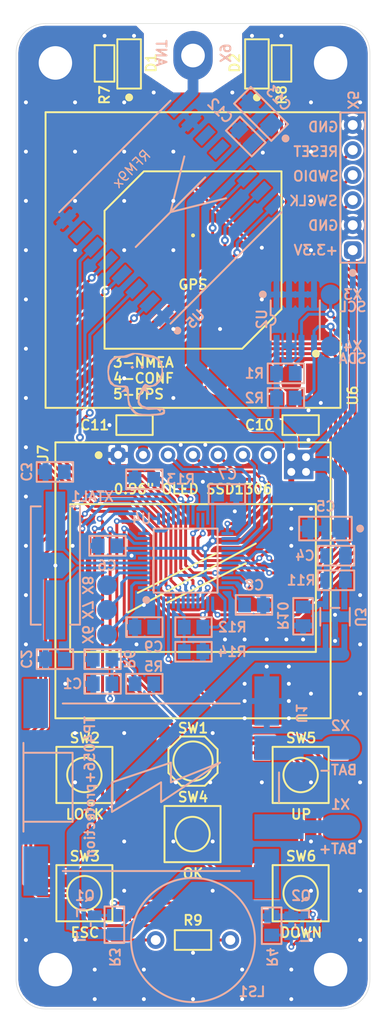
<source format=kicad_pcb>
(kicad_pcb (version 20171130) (host pcbnew "(5.1.9)-1")
  (title_block (title "Eleph HW V2") (date 2021-11-28) (rev 1) (comment 3 https://github.com/FeruzTopalov/eleph/) (comment 4 "Feruz Topalov"))
  (layers (0 F.Cu signal hide) (31 B.Cu signal) (34 B.Paste user) (35 F.Paste user hide) (36 B.SilkS user) (37 F.SilkS user hide) (38 B.Mask user) (39 F.Mask user hide) (44 Edge.Cuts user))
  (net 0 "")
  (net 1 BAT_ADC)
  (net 2 GND)
  (net 3 "Net-(C2-Pad2)")
  (net 4 "Net-(C3-Pad2)")
  (net 5 +3V3)
  (net 6 "Net-(D1-Pad2)")
  (net 7 "Net-(D2-Pad2)")
  (net 8 BUZZER_N)
  (net 9 "Net-(LS1-Pad1)")
  (net 10 +BATT)
  (net 11 "Net-(Q1-Pad2)")
  (net 12 BTN_PWR)
  (net 13 HOLD)
  (net 14 I2C_SCL)
  (net 15 I2C_SDA)
  (net 16 LED_GRN)
  (net 17 LED_RED)
  (net 18 BUZZER_P)
  (net 19 BOOT0)
  (net 20 BOOT1)
  (net 21 "Net-(SW1-Pad3)")
  (net 22 "Net-(SW1-Pad1)")
  (net 23 BTN_LCK)
  (net 24 "Net-(SW2-Pad2)")
  (net 25 "Net-(SW2-Pad3)")
  (net 26 BTN_ESC)
  (net 27 "Net-(SW3-Pad2)")
  (net 28 "Net-(SW3-Pad3)")
  (net 29 "Net-(SW4-Pad3)")
  (net 30 "Net-(SW4-Pad2)")
  (net 31 BTN_OK)
  (net 32 "Net-(SW5-Pad3)")
  (net 33 "Net-(SW5-Pad2)")
  (net 34 BTN_UP)
  (net 35 BTN_DN)
  (net 36 "Net-(SW6-Pad2)")
  (net 37 "Net-(SW6-Pad3)")
  (net 38 "Net-(U1-Pad1)")
  (net 39 "Net-(U1-Pad2)")
  (net 40 "Net-(U1-Pad4)")
  (net 41 "Net-(U1-Pad5)")
  (net 42 "Net-(U4-Pad2)")
  (net 43 "Net-(U4-Pad3)")
  (net 44 "Net-(U4-Pad4)")
  (net 45 /LCD_CS)
  (net 46 /LCD_SCK)
  (net 47 /LCD_DC)
  (net 48 /LCD_SDA)
  (net 49 /LCD_RES)
  (net 50 /RF_CS)
  (net 51 /RF_SCK)
  (net 52 /RF_MISO)
  (net 53 /RF_MOSI)
  (net 54 "Net-(U5-Pad7)")
  (net 55 "Net-(U6-Pad6)")
  (net 56 /RF_IRQ2)
  (net 57 /RF_IRQ1)
  (net 58 /RF_IRQ0)
  (net 59 SWCLK)
  (net 60 SWDIO)
  (net 61 /RF_RES)
  (net 62 /GPS_PPS)
  (net 63 /GPS_NMEA)
  (net 64 /GPS_CONF)
  (net 65 RESET)
  (net 66 "Net-(U5-Pad11)")
  (net 67 "Net-(U5-Pad9)")
  (net 68 "Net-(U5-Pad12)")
  (net 69 "Net-(C4-Pad2)")
  (module eleph:0.96_OLED_SSD1306_7pin (layer F.Cu) (at 134 82.5)
    (fp_text reference U7 (at -1.25 1.25 90) (layer F.SilkS) (effects (font (thickness 0.2))))
    (fp_text value 0.96_OLED_SSD1306)
    (pad 7 thru_hole circle (at 21.62 1.27) (size 1.5 1.5) (drill 0.8) (layers *.Cu *.Mask) (net 45 /LCD_CS))
    (pad 6 thru_hole circle (at 19.08 1.27) (size 1.5 1.5) (drill 0.8) (layers *.Cu *.Mask) (net 47 /LCD_DC))
    (pad 5 thru_hole circle (at 16.54 1.27) (size 1.5 1.5) (drill 0.8) (layers *.Cu *.Mask) (net 49 /LCD_RES))
    (pad 4 thru_hole circle (at 14 1.27) (size 1.5 1.5) (drill 0.8) (layers *.Cu *.Mask) (net 48 /LCD_SDA))
    (pad 3 thru_hole circle (at 11.46 1.27) (size 1.5 1.5) (drill 0.8) (layers *.Cu *.Mask) (net 46 /LCD_SCK))
    (pad 2 thru_hole circle (at 8.92 1.27) (size 1.5 1.5) (drill 0.8) (layers *.Cu *.Mask) (net 5 +3V3))
    (pad 1 thru_hole roundrect (at 6.38 1.27) (size 1.5 1.5) (drill 0.8) (layers *.Cu *.Mask) (net 2 GND))
  )
  (module eleph:Logo (layer B.Cu) (at 142.5 76.75 180)
    (fp_text reference G*** hide)
    (fp_text value LOGO hide)
  )
  (module eleph:RFM9X (layer B.Cu) (at 145 69.75 45)
    (fp_text reference U5 (at 2.12132 2.474874 225) (layer B.SilkS) (effects (font (thickness 0.2)) (justify mirror)))
    (fp_text value RFM9X)
    (pad 10 smd rect (at 16 -12 45) (size 2 1) (layers B.Cu B.Paste B.Mask) (net 2 GND))
    (pad 11 smd rect (at 16 -10 45) (size 2 1) (layers B.Cu B.Paste B.Mask) (net 66 "Net-(U5-Pad11)"))
    (pad 3 smd rect (at 0 -4 45) (size 2 1) (layers B.Cu B.Paste B.Mask) (net 53 /RF_MOSI))
    (pad 6 smd rect (at 0 -10 45) (size 2 1) (layers B.Cu B.Paste B.Mask) (net 61 /RF_RES))
    (pad 13 smd rect (at 16 -6 45) (size 2 1) (layers B.Cu B.Paste B.Mask) (net 5 +3V3))
    (pad 4 smd rect (at 0 -6 45) (size 2 1) (layers B.Cu B.Paste B.Mask) (net 51 /RF_SCK))
    (pad 9 smd rect (at 16 -14 45) (size 2 1) (layers B.Cu B.Paste B.Mask) (net 67 "Net-(U5-Pad9)"))
    (pad 14 smd rect (at 16 -4 45) (size 2 1) (layers B.Cu B.Paste B.Mask) (net 58 /RF_IRQ0))
    (pad 16 smd rect (at 16 0 45) (size 2 1) (layers B.Cu B.Paste B.Mask) (net 56 /RF_IRQ2))
    (pad 7 smd rect (at 0 -12 45) (size 2 1) (layers B.Cu B.Paste B.Mask) (net 54 "Net-(U5-Pad7)"))
    (pad 12 smd rect (at 16 -8 45) (size 2 1) (layers B.Cu B.Paste B.Mask) (net 68 "Net-(U5-Pad12)"))
    (pad 2 smd rect (at 0 -2 45) (size 2 1) (layers B.Cu B.Paste B.Mask) (net 52 /RF_MISO))
    (pad 15 smd rect (at 16 -2 45) (size 2 1) (layers B.Cu B.Paste B.Mask) (net 57 /RF_IRQ1))
    (pad 8 smd rect (at 0 -14 45) (size 2 1) (layers B.Cu B.Paste B.Mask) (net 2 GND))
    (pad 5 smd rect (at 0 -8 45) (size 2 1) (layers B.Cu B.Paste B.Mask) (net 50 /RF_CS))
    (pad 1 smd rect (at 0 0 45) (size 2 1) (layers B.Cu B.Paste B.Mask) (net 2 GND))
  )
  (module eleph:Pad_round (layer B.Cu) (at 139.25 97)
    (fp_text reference X8 (at -2 0 270 unlocked) (layer B.SilkS) (effects (font (thickness 0.2)) (justify mirror)))
    (fp_text value Pad_round)
    (pad 1 smd circle (at 0 0) (size 2 2) (layers B.Cu B.Paste B.Mask) (net 44 "Net-(U4-Pad4)"))
  )
  (module eleph:Pad_round (layer B.Cu) (at 139.25 99.5)
    (fp_text reference X7 (at -2 0 270 unlocked) (layer B.SilkS) (effects (font (thickness 0.2)) (justify mirror)))
    (fp_text value Pad_round)
    (pad 1 smd circle (at 0 0) (size 2 2) (layers B.Cu B.Paste B.Mask) (net 43 "Net-(U4-Pad3)"))
  )
  (module eleph:Pad_round (layer B.Cu) (at 139.25 102)
    (fp_text reference X6 (at -2 0 270 unlocked) (layer B.SilkS) (effects (font (thickness 0.2)) (justify mirror)))
    (fp_text value Pad_round)
    (pad 1 smd circle (at 0 0) (size 2 2) (layers B.Cu B.Paste B.Mask) (net 42 "Net-(U4-Pad2)"))
  )
  (module eleph:52x52switch_smd_lowprofile (layer F.Cu) (at 145 113)
    (fp_text reference SW1 (at 3 -1.5 unlocked) (layer F.SilkS) (effects (font (thickness 0.2))))
    (fp_text value "Power On")
    (pad 4 smd rect (at 6 3.7) (size 1 0.7) (layers F.Cu F.Paste F.Mask) (net 2 GND))
    (pad 2 smd rect (at 6 0) (size 1 0.7) (layers F.Cu F.Paste F.Mask) (net 12 BTN_PWR))
    (pad 3 smd rect (at 0 3.7) (size 1 0.7) (layers F.Cu F.Paste F.Mask) (net 21 "Net-(SW1-Pad3)"))
    (pad 1 smd rect (at 0 0) (size 1 0.7) (layers F.Cu F.Paste F.Mask) (net 22 "Net-(SW1-Pad1)"))
  )
  (module eleph:Antenna_terminal (layer B.Cu) (at 148 43.25)
    (fp_text reference X9 (at 3.25 -0.25 -90 unlocked) (layer B.SilkS) (effects (font (thickness 0.2)) (justify mirror)))
    (fp_text value Pad_oval)
    (pad 1 thru_hole oval (at 0 0) (size 4 5) (drill 2.4) (layers *.Cu *.Mask) (net 67 "Net-(U5-Pad9)"))
  )
  (module eleph:C_tantA (layer B.Cu) (at 156 50.25 135)
    (fp_text reference C13 (at 1.378858 2.368808 -45 unlocked) (layer B.SilkS) (effects (font (thickness 0.2)) (justify mirror)))
    (fp_text value 10u)
    (pad 2 smd rect (at 3.05 0 135) (size 1.7 1.8) (layers B.Cu B.Paste B.Mask) (net 2 GND))
    (pad 1 smd rect (at 0 0 135) (size 1.7 1.8) (layers B.Cu B.Paste B.Mask) (net 5 +3V3))
  )
  (module eleph:C_tantA (layer B.Cu) (at 163 91.25 180)
    (fp_text reference C5 (at 1.5 2.25 unlocked) (layer B.SilkS) (effects (font (thickness 0.2)) (justify mirror)))
    (fp_text value 10u)
    (pad 2 smd rect (at 3.05 0 180) (size 1.7 1.8) (layers B.Cu B.Paste B.Mask) (net 2 GND))
    (pad 1 smd rect (at 0 0 180) (size 1.7 1.8) (layers B.Cu B.Paste B.Mask) (net 5 +3V3))
  )
  (module eleph:LQFP-48 (layer B.Cu) (at 143 97.25)
    (fp_text reference U4 (at -0.25 -7 unlocked) (layer B.SilkS) (effects (font (thickness 0.2)) (justify mirror)))
    (fp_text value STM32F103C8T6)
    (pad 48 smd rect (at 1.5 1.5 270) (size 1.2 0.3) (layers B.Cu B.Paste B.Mask) (net 5 +3V3))
    (pad 47 smd rect (at 2 1.5 270) (size 1.2 0.3) (layers B.Cu B.Paste B.Mask) (net 2 GND))
    (pad 46 smd rect (at 2.5 1.5 270) (size 1.2 0.3) (layers B.Cu B.Paste B.Mask) (net 13 HOLD))
    (pad 45 smd rect (at 3 1.5 270) (size 1.2 0.3) (layers B.Cu B.Paste B.Mask) (net 58 /RF_IRQ0))
    (pad 44 smd rect (at 3.5 1.5 270) (size 1.2 0.3) (layers B.Cu B.Paste B.Mask) (net 19 BOOT0))
    (pad 43 smd rect (at 4 1.5 270) (size 1.2 0.3) (layers B.Cu B.Paste B.Mask) (net 57 /RF_IRQ1))
    (pad 42 smd rect (at 4.5 1.5 270) (size 1.2 0.3) (layers B.Cu B.Paste B.Mask) (net 56 /RF_IRQ2))
    (pad 41 smd rect (at 5 1.5 270) (size 1.2 0.3) (layers B.Cu B.Paste B.Mask) (net 53 /RF_MOSI))
    (pad 40 smd rect (at 5.5 1.5 270) (size 1.2 0.3) (layers B.Cu B.Paste B.Mask) (net 52 /RF_MISO))
    (pad 39 smd rect (at 6 1.5 270) (size 1.2 0.3) (layers B.Cu B.Paste B.Mask) (net 51 /RF_SCK))
    (pad 38 smd rect (at 6.5 1.5 270) (size 1.2 0.3) (layers B.Cu B.Paste B.Mask) (net 50 /RF_CS))
    (pad 37 smd rect (at 7 1.5 270) (size 1.2 0.3) (layers B.Cu B.Paste B.Mask) (net 59 SWCLK))
    (pad 36 smd rect (at 8.5 0) (size 1.2 0.3) (layers B.Cu B.Paste B.Mask) (net 5 +3V3))
    (pad 35 smd rect (at 8.5 -0.5) (size 1.2 0.3) (layers B.Cu B.Paste B.Mask) (net 2 GND))
    (pad 34 smd rect (at 8.5 -1) (size 1.2 0.3) (layers B.Cu B.Paste B.Mask) (net 60 SWDIO))
    (pad 33 smd rect (at 8.5 -1.5) (size 1.2 0.3) (layers B.Cu B.Paste B.Mask) (net 61 /RF_RES))
    (pad 32 smd rect (at 8.5 -2) (size 1.2 0.3) (layers B.Cu B.Paste B.Mask) (net 62 /GPS_PPS))
    (pad 31 smd rect (at 8.5 -2.5) (size 1.2 0.3) (layers B.Cu B.Paste B.Mask) (net 63 /GPS_NMEA))
    (pad 30 smd rect (at 8.5 -3) (size 1.2 0.3) (layers B.Cu B.Paste B.Mask) (net 64 /GPS_CONF))
    (pad 29 smd rect (at 8.5 -3.5) (size 1.2 0.3) (layers B.Cu B.Paste B.Mask) (net 49 /LCD_RES))
    (pad 28 smd rect (at 8.5 -4) (size 1.2 0.3) (layers B.Cu B.Paste B.Mask) (net 48 /LCD_SDA))
    (pad 27 smd rect (at 8.5 -4.5) (size 1.2 0.3) (layers B.Cu B.Paste B.Mask) (net 47 /LCD_DC))
    (pad 26 smd rect (at 8.5 -5) (size 1.2 0.3) (layers B.Cu B.Paste B.Mask) (net 46 /LCD_SCK))
    (pad 25 smd rect (at 8.5 -5.5) (size 1.2 0.3) (layers B.Cu B.Paste B.Mask) (net 45 /LCD_CS))
    (pad 24 smd rect (at 7 -7 270) (size 1.2 0.3) (layers B.Cu B.Paste B.Mask) (net 5 +3V3))
    (pad 23 smd rect (at 6.5 -7 270) (size 1.2 0.3) (layers B.Cu B.Paste B.Mask) (net 2 GND))
    (pad 22 smd rect (at 6 -7 270) (size 1.2 0.3) (layers B.Cu B.Paste B.Mask) (net 15 I2C_SDA))
    (pad 21 smd rect (at 5.5 -7 270) (size 1.2 0.3) (layers B.Cu B.Paste B.Mask) (net 14 I2C_SCL))
    (pad 20 smd rect (at 5 -7 270) (size 1.2 0.3) (layers B.Cu B.Paste B.Mask) (net 20 BOOT1))
    (pad 19 smd rect (at 4.5 -7 270) (size 1.2 0.3) (layers B.Cu B.Paste B.Mask) (net 17 LED_RED))
    (pad 18 smd rect (at 4 -7 270) (size 1.2 0.3) (layers B.Cu B.Paste B.Mask) (net 16 LED_GRN))
    (pad 17 smd rect (at 3.5 -7 270) (size 1.2 0.3) (layers B.Cu B.Paste B.Mask) (net 8 BUZZER_N))
    (pad 16 smd rect (at 3 -7 270) (size 1.2 0.3) (layers B.Cu B.Paste B.Mask) (net 18 BUZZER_P))
    (pad 15 smd rect (at 2.5 -7 270) (size 1.2 0.3) (layers B.Cu B.Paste B.Mask) (net 26 BTN_ESC))
    (pad 14 smd rect (at 2 -7 270) (size 1.2 0.3) (layers B.Cu B.Paste B.Mask) (net 23 BTN_LCK))
    (pad 13 smd rect (at 1.5 -7 270) (size 1.2 0.3) (layers B.Cu B.Paste B.Mask) (net 31 BTN_OK))
    (pad 12 smd rect (at 0 -5.5) (size 1.2 0.3) (layers B.Cu B.Paste B.Mask) (net 35 BTN_DN))
    (pad 11 smd rect (at 0 -5) (size 1.2 0.3) (layers B.Cu B.Paste B.Mask) (net 34 BTN_UP))
    (pad 10 smd rect (at 0 -4.5) (size 1.2 0.3) (layers B.Cu B.Paste B.Mask) (net 1 BAT_ADC))
    (pad 9 smd rect (at 0 -4) (size 1.2 0.3) (layers B.Cu B.Paste B.Mask) (net 5 +3V3))
    (pad 8 smd rect (at 0 -3.5) (size 1.2 0.3) (layers B.Cu B.Paste B.Mask) (net 2 GND))
    (pad 7 smd rect (at 0 -3) (size 1.2 0.3) (layers B.Cu B.Paste B.Mask) (net 65 RESET))
    (pad 6 smd rect (at 0 -2.5) (size 1.2 0.3) (layers B.Cu B.Paste B.Mask) (net 4 "Net-(C3-Pad2)"))
    (pad 5 smd rect (at 0 -2) (size 1.2 0.3) (layers B.Cu B.Paste B.Mask) (net 3 "Net-(C2-Pad2)"))
    (pad 4 smd rect (at 0 -1.5) (size 1.2 0.3) (layers B.Cu B.Paste B.Mask) (net 44 "Net-(U4-Pad4)"))
    (pad 3 smd rect (at 0 -1) (size 1.2 0.3) (layers B.Cu B.Paste B.Mask) (net 43 "Net-(U4-Pad3)"))
    (pad 2 smd rect (at 0 -0.5) (size 1.2 0.3) (layers B.Cu B.Paste B.Mask) (net 42 "Net-(U4-Pad2)"))
    (pad 1 smd rect (at 0 0) (size 1.2 0.3) (layers B.Cu B.Paste B.Mask) (net 5 +3V3))
  )
  (module eleph:C0805 (layer B.Cu) (at 139.75 107 180)
    (fp_text reference C1 (at 4 0 unlocked) (layer B.SilkS) (effects (font (thickness 0.2)) (justify mirror)))
    (fp_text value 100n)
    (pad 1 smd rect (at 0 0 180) (size 1.3 1.5) (layers B.Cu B.Paste B.Mask) (net 1 BAT_ADC))
    (pad 2 smd rect (at 1.9 0 180) (size 1.3 1.5) (layers B.Cu B.Paste B.Mask) (net 2 GND))
  )
  (module eleph:C0805 (layer B.Cu) (at 133 104.5)
    (fp_text reference C2 (at -2 0 270 unlocked) (layer B.SilkS) (effects (font (thickness 0.2)) (justify mirror)))
    (fp_text value 20p)
    (pad 1 smd rect (at 0 0) (size 1.3 1.5) (layers B.Cu B.Paste B.Mask) (net 2 GND))
    (pad 2 smd rect (at 1.9 0) (size 1.3 1.5) (layers B.Cu B.Paste B.Mask) (net 3 "Net-(C2-Pad2)"))
  )
  (module eleph:C0805 (layer B.Cu) (at 133 85.5)
    (fp_text reference C3 (at -2 0 270 unlocked) (layer B.SilkS) (effects (font (thickness 0.2)) (justify mirror)))
    (fp_text value 20p)
    (pad 1 smd rect (at 0 0) (size 1.3 1.5) (layers B.Cu B.Paste B.Mask) (net 2 GND))
    (pad 2 smd rect (at 1.9 0) (size 1.3 1.5) (layers B.Cu B.Paste B.Mask) (net 4 "Net-(C3-Pad2)"))
  )
  (module eleph:C0805 (layer B.Cu) (at 163.5 94 180)
    (fp_text reference C4 (at 4.1 0 unlocked) (layer B.SilkS) (effects (font (thickness 0.2)) (justify mirror)))
    (fp_text value 10n)
    (pad 1 smd rect (at 0 0 180) (size 1.3 1.5) (layers B.Cu B.Paste B.Mask) (net 5 +3V3))
    (pad 2 smd rect (at 1.9 0 180) (size 1.3 1.5) (layers B.Cu B.Paste B.Mask) (net 69 "Net-(C4-Pad2)"))
  )
  (module eleph:C0805 (layer B.Cu) (at 140.25 93 180)
    (fp_text reference C6 (at 1 -2 unlocked) (layer B.SilkS) (effects (font (thickness 0.2)) (justify mirror)))
    (fp_text value 100n)
    (pad 1 smd rect (at 0 0 180) (size 1.3 1.5) (layers B.Cu B.Paste B.Mask) (net 5 +3V3))
    (pad 2 smd rect (at 1.9 0 180) (size 1.3 1.5) (layers B.Cu B.Paste B.Mask) (net 2 GND))
  )
  (module eleph:C0805 (layer B.Cu) (at 150.5 87.75)
    (fp_text reference C7 (at 1 -2 unlocked) (layer B.SilkS) (effects (font (thickness 0.2)) (justify mirror)))
    (fp_text value 100n)
    (pad 1 smd rect (at 0 0) (size 1.3 1.5) (layers B.Cu B.Paste B.Mask) (net 5 +3V3))
    (pad 2 smd rect (at 1.9 0) (size 1.3 1.5) (layers B.Cu B.Paste B.Mask) (net 2 GND))
  )
  (module eleph:C0805 (layer B.Cu) (at 153.25 99)
    (fp_text reference C8 (at 1 -2 unlocked) (layer B.SilkS) (effects (font (thickness 0.2)) (justify mirror)))
    (fp_text value 100n)
    (pad 1 smd rect (at 0 0) (size 1.3 1.5) (layers B.Cu B.Paste B.Mask) (net 5 +3V3))
    (pad 2 smd rect (at 1.9 0) (size 1.3 1.5) (layers B.Cu B.Paste B.Mask) (net 2 GND))
  )
  (module eleph:C0805 (layer B.Cu) (at 144 101.25 180)
    (fp_text reference C9 (at 0 -2 unlocked) (layer B.SilkS) (effects (font (thickness 0.2)) (justify mirror)))
    (fp_text value 100n)
    (pad 1 smd rect (at 0 0 180) (size 1.3 1.5) (layers B.Cu B.Paste B.Mask) (net 5 +3V3))
    (pad 2 smd rect (at 1.9 0 180) (size 1.3 1.5) (layers B.Cu B.Paste B.Mask) (net 2 GND))
  )
  (module eleph:C0805 (layer B.Cu) (at 152.7 50.8 315)
    (fp_text reference C12 (at -2.75 0 315 unlocked) (layer B.SilkS) (effects (font (thickness 0.2)) (justify mirror)))
    (fp_text value 100n)
    (pad 1 smd rect (at 0 0 315) (size 1.3 1.5) (layers B.Cu B.Paste B.Mask) (net 2 GND))
    (pad 2 smd rect (at 1.9 0 315) (size 1.3 1.5) (layers B.Cu B.Paste B.Mask) (net 5 +3V3))
  )
  (module eleph:C0805 (layer F.Cu) (at 158 80.75)
    (fp_text reference C10 (at -3.25 0 unlocked) (layer F.SilkS) (effects (font (thickness 0.2))))
    (fp_text value 100n)
    (pad 1 smd rect (at 0 0) (size 1.3 1.5) (layers F.Cu F.Paste F.Mask) (net 5 +3V3))
    (pad 2 smd rect (at 1.9 0) (size 1.3 1.5) (layers F.Cu F.Paste F.Mask) (net 2 GND))
  )
  (module eleph:C0805 (layer F.Cu) (at 143 80.75 180)
    (fp_text reference C11 (at 5 0 unlocked) (layer F.SilkS) (effects (font (thickness 0.2))))
    (fp_text value 100n)
    (pad 1 smd rect (at 0 0 180) (size 1.3 1.5) (layers F.Cu F.Paste F.Mask) (net 5 +3V3))
    (pad 2 smd rect (at 1.9 0 180) (size 1.3 1.5) (layers F.Cu F.Paste F.Mask) (net 2 GND))
  )
  (module eleph:D1206 (layer F.Cu) (at 141.5 45.5 90)
    (fp_text reference D1 (at 1.5 2.25 90 unlocked) (layer F.SilkS) (effects (font (thickness 0.2))))
    (fp_text value Led_green)
    (pad 1 smd rect (at 0 0 90) (size 1.6 1.8) (layers F.Cu F.Paste F.Mask) (net 2 GND))
    (pad 2 smd rect (at 2.8 0 90) (size 1.6 1.8) (layers F.Cu F.Paste F.Mask) (net 6 "Net-(D1-Pad2)"))
  )
  (module eleph:D1206 (layer F.Cu) (at 154.5 45.5 90)
    (fp_text reference D2 (at 1.5 -2.25 90 unlocked) (layer F.SilkS) (effects (font (thickness 0.2))))
    (fp_text value Led_red)
    (pad 1 smd rect (at 0 0 90) (size 1.6 1.8) (layers F.Cu F.Paste F.Mask) (net 2 GND))
    (pad 2 smd rect (at 2.8 0 90) (size 1.6 1.8) (layers F.Cu F.Paste F.Mask) (net 7 "Net-(D2-Pad2)"))
  )
  (module eleph:Buzzer_pitch7.6mm (layer B.Cu) (at 148 133 180)
    (fp_text reference LS1 (at -6 -5.25 unlocked) (layer B.SilkS) (effects (font (thickness 0.2)) (justify mirror)))
    (fp_text value Buzzer)
    (pad 1 thru_hole circle (at -3.8 0 180) (size 1.8 1.8) (drill 1) (layers *.Cu *.Mask) (net 9 "Net-(LS1-Pad1)"))
    (pad 2 thru_hole circle (at 3.8 0 180) (size 1.8 1.8) (drill 1) (layers *.Cu *.Mask) (net 8 BUZZER_N))
  )
  (module eleph:SOT-23 (layer B.Cu) (at 138 130.5 270)
    (fp_text reference Q1 (at -2 1 unlocked) (layer B.SilkS) (effects (font (thickness 0.2)) (justify mirror)))
    (fp_text value AO3407A)
    (pad 3 smd rect (at 0.95 2.2 270) (size 1 1.4) (layers B.Cu B.Paste B.Mask) (net 10 +BATT))
    (pad 2 smd rect (at 1.9 0 270) (size 1 1.4) (layers B.Cu B.Paste B.Mask) (net 11 "Net-(Q1-Pad2)"))
    (pad 1 smd rect (at 0 0 270) (size 1 1.4) (layers B.Cu B.Paste B.Mask) (net 12 BTN_PWR))
  )
  (module eleph:SOT-23 (layer B.Cu) (at 158 132.5 90)
    (fp_text reference Q2 (at 4 1 unlocked) (layer B.SilkS) (effects (font (thickness 0.2)) (justify mirror)))
    (fp_text value AO3400)
    (pad 3 smd rect (at 0.95 2.2 90) (size 1 1.4) (layers B.Cu B.Paste B.Mask) (net 12 BTN_PWR))
    (pad 2 smd rect (at 1.9 0 90) (size 1 1.4) (layers B.Cu B.Paste B.Mask) (net 2 GND))
    (pad 1 smd rect (at 0 0 90) (size 1 1.4) (layers B.Cu B.Paste B.Mask) (net 13 HOLD))
  )
  (module eleph:R0805 (layer B.Cu) (at 156.5 75.5)
    (fp_text reference R1 (at -2.25 0 unlocked) (layer B.SilkS) (effects (font (thickness 0.2)) (justify mirror)))
    (fp_text value 4.7k)
    (pad 2 smd rect (at 1.9 0) (size 1.3 1.5) (layers B.Cu B.Paste B.Mask) (net 14 I2C_SCL))
    (pad 1 smd rect (at 0 0) (size 1.3 1.5) (layers B.Cu B.Paste B.Mask) (net 5 +3V3))
  )
  (module eleph:R0805 (layer B.Cu) (at 140 132.4 90)
    (fp_text reference R3 (at -2.35 0 270 unlocked) (layer B.SilkS) (effects (font (thickness 0.2)) (justify mirror)))
    (fp_text value 100k)
    (pad 2 smd rect (at 1.9 0 90) (size 1.3 1.5) (layers B.Cu B.Paste B.Mask) (net 12 BTN_PWR))
    (pad 1 smd rect (at 0 0 90) (size 1.3 1.5) (layers B.Cu B.Paste B.Mask) (net 11 "Net-(Q1-Pad2)"))
  )
  (module eleph:R0805 (layer B.Cu) (at 156.5 78)
    (fp_text reference R2 (at -2.25 0 unlocked) (layer B.SilkS) (effects (font (thickness 0.2)) (justify mirror)))
    (fp_text value 4.7k)
    (pad 2 smd rect (at 1.9 0) (size 1.3 1.5) (layers B.Cu B.Paste B.Mask) (net 15 I2C_SDA))
    (pad 1 smd rect (at 0 0) (size 1.3 1.5) (layers B.Cu B.Paste B.Mask) (net 5 +3V3))
  )
  (module eleph:R0805 (layer B.Cu) (at 156 132.5 90)
    (fp_text reference R4 (at -2.25 0 270 unlocked) (layer B.SilkS) (effects (font (thickness 0.2)) (justify mirror)))
    (fp_text value 100k)
    (pad 2 smd rect (at 1.9 0 90) (size 1.3 1.5) (layers B.Cu B.Paste B.Mask) (net 2 GND))
    (pad 1 smd rect (at 0 0 90) (size 1.3 1.5) (layers B.Cu B.Paste B.Mask) (net 13 HOLD))
  )
  (module eleph:R0805 (layer B.Cu) (at 144 107 180)
    (fp_text reference R5 (at 0 1.75 unlocked) (layer B.SilkS) (effects (font (thickness 0.2)) (justify mirror)))
    (fp_text value 100k)
    (pad 2 smd rect (at 1.9 0 180) (size 1.3 1.5) (layers B.Cu B.Paste B.Mask) (net 1 BAT_ADC))
    (pad 1 smd rect (at 0 0 180) (size 1.3 1.5) (layers B.Cu B.Paste B.Mask) (net 10 +BATT))
  )
  (module eleph:R0805 (layer B.Cu) (at 139.75 104.5 180)
    (fp_text reference R6 (at -1.75 0 270 unlocked) (layer B.SilkS) (effects (font (thickness 0.2)) (justify mirror)))
    (fp_text value 100k)
    (pad 2 smd rect (at 1.9 0 180) (size 1.3 1.5) (layers B.Cu B.Paste B.Mask) (net 2 GND))
    (pad 1 smd rect (at 0 0 180) (size 1.3 1.5) (layers B.Cu B.Paste B.Mask) (net 1 BAT_ADC))
  )
  (module eleph:R0805 (layer F.Cu) (at 139 45 90)
    (fp_text reference R7 (at -2.25 0 90 unlocked) (layer F.SilkS) (effects (font (thickness 0.2))))
    (fp_text value 1k)
    (pad 2 smd rect (at 1.9 0 90) (size 1.3 1.5) (layers F.Cu F.Paste F.Mask) (net 6 "Net-(D1-Pad2)"))
    (pad 1 smd rect (at 0 0 90) (size 1.3 1.5) (layers F.Cu F.Paste F.Mask) (net 16 LED_GRN))
  )
  (module eleph:R0805 (layer F.Cu) (at 157 45 90)
    (fp_text reference R8 (at -2.25 0 90 unlocked) (layer F.SilkS) (effects (font (thickness 0.2))))
    (fp_text value 1k)
    (pad 2 smd rect (at 1.9 0 90) (size 1.3 1.5) (layers F.Cu F.Paste F.Mask) (net 7 "Net-(D2-Pad2)"))
    (pad 1 smd rect (at 0 0 90) (size 1.3 1.5) (layers F.Cu F.Paste F.Mask) (net 17 LED_RED))
  )
  (module eleph:R0805 (layer F.Cu) (at 147.05 133)
    (fp_text reference R9 (at 0.95 -2 unlocked) (layer F.SilkS) (effects (font (thickness 0.2))))
    (fp_text value 1k)
    (pad 2 smd rect (at 1.9 0) (size 1.3 1.5) (layers F.Cu F.Paste F.Mask) (net 9 "Net-(LS1-Pad1)"))
    (pad 1 smd rect (at 0 0) (size 1.3 1.5) (layers F.Cu F.Paste F.Mask) (net 18 BUZZER_P))
  )
  (module eleph:R0805 (layer B.Cu) (at 159.2 99.2 270)
    (fp_text reference R10 (at 0.9 2.1 270 unlocked) (layer B.SilkS) (effects (font (thickness 0.2)) (justify mirror)))
    (fp_text value DNP)
    (pad 2 smd rect (at 1.9 0 270) (size 1.3 1.5) (layers B.Cu B.Paste B.Mask) (net 2 GND))
    (pad 1 smd rect (at 0 0 270) (size 1.3 1.5) (layers B.Cu B.Paste B.Mask) (net 69 "Net-(C4-Pad2)"))
  )
  (module eleph:R0805 (layer B.Cu) (at 161.6 96.5)
    (fp_text reference R11 (at -2.6 0 unlocked) (layer B.SilkS) (effects (font (thickness 0.2)) (justify mirror)))
    (fp_text value DNP)
    (pad 2 smd rect (at 1.9 0) (size 1.3 1.5) (layers B.Cu B.Paste B.Mask) (net 5 +3V3))
    (pad 1 smd rect (at 0 0) (size 1.3 1.5) (layers B.Cu B.Paste B.Mask) (net 69 "Net-(C4-Pad2)"))
  )
  (module eleph:R0805 (layer B.Cu) (at 149 101.25 180)
    (fp_text reference R12 (at -3 0 unlocked) (layer B.SilkS) (effects (font (thickness 0.2)) (justify mirror)))
    (fp_text value DNP)
    (pad 2 smd rect (at 1.9 0 180) (size 1.3 1.5) (layers B.Cu B.Paste B.Mask) (net 19 BOOT0))
    (pad 1 smd rect (at 0 0 180) (size 1.3 1.5) (layers B.Cu B.Paste B.Mask) (net 5 +3V3))
  )
  (module eleph:R0805 (layer B.Cu) (at 149 103.75 180)
    (fp_text reference R14 (at -3 0 unlocked) (layer B.SilkS) (effects (font (thickness 0.2)) (justify mirror)))
    (fp_text value 100k)
    (pad 2 smd rect (at 1.9 0 180) (size 1.3 1.5) (layers B.Cu B.Paste B.Mask) (net 19 BOOT0))
    (pad 1 smd rect (at 0 0 180) (size 1.3 1.5) (layers B.Cu B.Paste B.Mask) (net 2 GND))
  )
  (module eleph:R0805 (layer B.Cu) (at 144 86.25 180)
    (fp_text reference R13 (at -2.75 0 unlocked) (layer B.SilkS) (effects (font (thickness 0.2)) (justify mirror)))
    (fp_text value 100k)
    (pad 2 smd rect (at 1.9 0 180) (size 1.3 1.5) (layers B.Cu B.Paste B.Mask) (net 2 GND))
    (pad 1 smd rect (at 0 0 180) (size 1.3 1.5) (layers B.Cu B.Paste B.Mask) (net 20 BOOT1))
  )
  (module eleph:6x6switch_smd (layer F.Cu) (at 133 114)
    (fp_text reference SW2 (at 4 -1.5 unlocked) (layer F.SilkS) (effects (font (thickness 0.2))))
    (fp_text value LCK)
    (pad 4 smd rect (at 7.9 4.5) (size 1.6 1.2) (layers F.Cu F.Paste F.Mask) (net 2 GND))
    (pad 3 smd rect (at 0 4.5) (size 1.6 1.2) (layers F.Cu F.Paste F.Mask) (net 25 "Net-(SW2-Pad3)"))
    (pad 2 smd rect (at 7.9 0) (size 1.6 1.2) (layers F.Cu F.Paste F.Mask) (net 24 "Net-(SW2-Pad2)"))
    (pad 1 smd rect (at 0 0) (size 1.6 1.2) (layers F.Cu F.Paste F.Mask) (net 23 BTN_LCK))
  )
  (module eleph:6x6switch_smd (layer F.Cu) (at 133 126)
    (fp_text reference SW3 (at 4 -1.5 unlocked) (layer F.SilkS) (effects (font (thickness 0.2))))
    (fp_text value ESC)
    (pad 4 smd rect (at 7.9 4.5) (size 1.6 1.2) (layers F.Cu F.Paste F.Mask) (net 2 GND))
    (pad 3 smd rect (at 0 4.5) (size 1.6 1.2) (layers F.Cu F.Paste F.Mask) (net 28 "Net-(SW3-Pad3)"))
    (pad 2 smd rect (at 7.9 0) (size 1.6 1.2) (layers F.Cu F.Paste F.Mask) (net 27 "Net-(SW3-Pad2)"))
    (pad 1 smd rect (at 0 0) (size 1.6 1.2) (layers F.Cu F.Paste F.Mask) (net 26 BTN_ESC))
  )
  (module eleph:6x6switch_smd (layer F.Cu) (at 144 120)
    (fp_text reference SW4 (at 4 -1.5 unlocked) (layer F.SilkS) (effects (font (thickness 0.2))))
    (fp_text value OK)
    (pad 4 smd rect (at 7.9 4.5) (size 1.6 1.2) (layers F.Cu F.Paste F.Mask) (net 2 GND))
    (pad 3 smd rect (at 0 4.5) (size 1.6 1.2) (layers F.Cu F.Paste F.Mask) (net 29 "Net-(SW4-Pad3)"))
    (pad 2 smd rect (at 7.9 0) (size 1.6 1.2) (layers F.Cu F.Paste F.Mask) (net 30 "Net-(SW4-Pad2)"))
    (pad 1 smd rect (at 0 0) (size 1.6 1.2) (layers F.Cu F.Paste F.Mask) (net 31 BTN_OK))
  )
  (module eleph:6x6switch_smd (layer F.Cu) (at 155 114)
    (fp_text reference SW5 (at 4 -1.5 unlocked) (layer F.SilkS) (effects (font (thickness 0.2))))
    (fp_text value UP)
    (pad 4 smd rect (at 7.9 4.5) (size 1.6 1.2) (layers F.Cu F.Paste F.Mask) (net 2 GND))
    (pad 3 smd rect (at 0 4.5) (size 1.6 1.2) (layers F.Cu F.Paste F.Mask) (net 32 "Net-(SW5-Pad3)"))
    (pad 2 smd rect (at 7.9 0) (size 1.6 1.2) (layers F.Cu F.Paste F.Mask) (net 33 "Net-(SW5-Pad2)"))
    (pad 1 smd rect (at 0 0) (size 1.6 1.2) (layers F.Cu F.Paste F.Mask) (net 34 BTN_UP))
  )
  (module eleph:6x6switch_smd (layer F.Cu) (at 155 126)
    (fp_text reference SW6 (at 4 -1.5 unlocked) (layer F.SilkS) (effects (font (thickness 0.2))))
    (fp_text value DN)
    (pad 4 smd rect (at 7.9 4.5) (size 1.6 1.2) (layers F.Cu F.Paste F.Mask) (net 2 GND))
    (pad 3 smd rect (at 0 4.5) (size 1.6 1.2) (layers F.Cu F.Paste F.Mask) (net 37 "Net-(SW6-Pad3)"))
    (pad 2 smd rect (at 7.9 0) (size 1.6 1.2) (layers F.Cu F.Paste F.Mask) (net 36 "Net-(SW6-Pad2)"))
    (pad 1 smd rect (at 0 0) (size 1.6 1.2) (layers F.Cu F.Paste F.Mask) (net 35 BTN_DN))
  )
  (module eleph:TP4056 (layer B.Cu) (at 130.75 126)
    (fp_text reference U1 (at 28.25 -16 270 unlocked) (layer B.SilkS) (effects (font (thickness 0.2)) (justify mirror)))
    (fp_text value TP4056)
    (pad 6 smd rect (at 24.75 0.25 180) (size 2.5 5) (layers B.Cu B.Paste B.Mask) (net 11 "Net-(Q1-Pad2)"))
    (pad 5 smd rect (at 26 -4.5 270) (size 2.5 5) (layers B.Cu B.Paste B.Mask) (net 41 "Net-(U1-Pad5)"))
    (pad 4 smd rect (at 26 -12.5 270) (size 2.5 5) (layers B.Cu B.Paste B.Mask) (net 40 "Net-(U1-Pad4)"))
    (pad 3 smd rect (at 24.75 -17.25) (size 2.5 5) (layers B.Cu B.Paste B.Mask) (net 2 GND))
    (pad 2 smd rect (at 1.25 -17) (size 2.5 5) (layers B.Cu B.Paste B.Mask) (net 39 "Net-(U1-Pad2)"))
    (pad 1 smd rect (at 1.25 0) (size 2.5 5) (layers B.Cu B.Paste B.Mask) (net 38 "Net-(U1-Pad1)"))
  )
  (module eleph:SOIC-8 (layer B.Cu) (at 156.5 67.5 270)
    (fp_text reference U2 (at 2.5 1.5 90 unlocked) (layer B.SilkS) (effects (font (thickness 0.2)) (justify mirror)))
    (fp_text value M24C64WMN)
    (pad 8 smd rect (at 5.2 0 270) (size 2.2 0.6) (layers B.Cu B.Paste B.Mask) (net 5 +3V3))
    (pad 7 smd rect (at 5.2 -1.27 270) (size 2.2 0.6) (layers B.Cu B.Paste B.Mask) (net 2 GND))
    (pad 6 smd rect (at 5.2 -2.54 270) (size 2.2 0.6) (layers B.Cu B.Paste B.Mask) (net 14 I2C_SCL))
    (pad 5 smd rect (at 5.2 -3.81 270) (size 2.2 0.6) (layers B.Cu B.Paste B.Mask) (net 15 I2C_SDA))
    (pad 4 smd rect (at 0 -3.81 270) (size 2.2 0.6) (layers B.Cu B.Paste B.Mask) (net 2 GND))
    (pad 3 smd rect (at 0 -2.54 270) (size 2.2 0.6) (layers B.Cu B.Paste B.Mask) (net 2 GND))
    (pad 2 smd rect (at 0 -1.27 270) (size 2.2 0.6) (layers B.Cu B.Paste B.Mask) (net 2 GND))
    (pad 1 smd rect (at 0 0 270) (size 2.2 0.6) (layers B.Cu B.Paste B.Mask) (net 2 GND))
  )
  (module eleph:SOT-23-5 (layer B.Cu) (at 163.4 101.5 90)
    (fp_text reference U3 (at 1.25 1.6 270 unlocked) (layer B.SilkS) (effects (font (thickness 0.2)) (justify mirror)))
    (fp_text value TPS73633DBV)
    (pad 5 smd rect (at 2.6 0 90) (size 1.1 0.6) (layers B.Cu B.Paste B.Mask) (net 5 +3V3))
    (pad 4 smd rect (at 2.6 -1.9 90) (size 1.1 0.6) (layers B.Cu B.Paste B.Mask) (net 69 "Net-(C4-Pad2)"))
    (pad 3 smd rect (at 0 -1.9 90) (size 1.1 0.6) (layers B.Cu B.Paste B.Mask) (net 10 +BATT))
    (pad 2 smd rect (at 0 -0.95 90) (size 1.1 0.6) (layers B.Cu B.Paste B.Mask) (net 2 GND))
    (pad 1 smd rect (at 0 0 90) (size 1.1 0.6) (layers B.Cu B.Paste B.Mask) (net 10 +BATT))
  )
  (module eleph:GN-801 (layer F.Cu) (at 163 79 180)
    (fp_text reference U6 (at -1.25 1.25 90 unlocked) (layer F.SilkS) (effects (font (thickness 0.2))))
    (fp_text value GN-801)
    (pad 6 smd oval (at 15 3 180) (size 2 3) (layers F.Cu F.Paste F.Mask) (net 55 "Net-(U6-Pad6)"))
    (pad 5 smd oval (at 12.5 3 180) (size 2 3) (layers F.Cu F.Paste F.Mask) (net 62 /GPS_PPS))
    (pad 4 smd oval (at 10 3 180) (size 2 3) (layers F.Cu F.Paste F.Mask) (net 64 /GPS_CONF))
    (pad 3 smd oval (at 7.5 3 180) (size 2 3) (layers F.Cu F.Paste F.Mask) (net 63 /GPS_NMEA))
    (pad 2 smd oval (at 5 3 180) (size 2 3) (layers F.Cu F.Paste F.Mask) (net 5 +3V3))
    (pad 1 smd rect (at 2.5 3 180) (size 2 3) (layers F.Cu F.Paste F.Mask) (net 2 GND))
  )
  (module eleph:Pad_oval (layer B.Cu) (at 164 121.5)
    (fp_text reference X1 (at -1 -2.25 unlocked) (layer B.SilkS) (effects (font (thickness 0.2)) (justify mirror)))
    (fp_text value Pad_oval)
    (pad 1 smd oval (at 0 0) (size 4 2.4) (drill (offset -1 0)) (layers B.Cu B.Paste B.Mask) (net 41 "Net-(U1-Pad5)"))
  )
  (module eleph:Pad_oval (layer B.Cu) (at 164 113.5)
    (fp_text reference X2 (at -1 -2.25 unlocked) (layer B.SilkS) (effects (font (thickness 0.2)) (justify mirror)))
    (fp_text value Pad_oval)
    (pad 1 smd oval (at 0 0) (size 4 2.4) (drill (offset -1 0)) (layers B.Cu B.Paste B.Mask) (net 40 "Net-(U1-Pad4)"))
  )
  (module eleph:Pad_round (layer B.Cu) (at 162 67.5)
    (fp_text reference X3 (at 2.25 0 unlocked) (layer B.SilkS) (effects (font (thickness 0.2)) (justify mirror)))
    (fp_text value Pad_round)
    (pad 1 smd circle (at 0 0) (size 2 2) (layers B.Cu B.Paste B.Mask) (net 14 I2C_SCL))
  )
  (module eleph:Pad_round (layer B.Cu) (at 162 72.75)
    (fp_text reference X4 (at 2.25 0 unlocked) (layer B.SilkS) (effects (font (thickness 0.2)) (justify mirror)))
    (fp_text value Pad_round)
    (pad 1 smd circle (at 0 0) (size 2 2) (layers B.Cu B.Paste B.Mask) (net 15 I2C_SDA))
  )
  (module eleph:1x6header (layer B.Cu) (at 164.25 63 90)
    (fp_text reference X5 (at 15.25 0 270 unlocked) (layer B.SilkS) (effects (font (thickness 0.2)) (justify mirror)))
    (fp_text value PLS-1x6)
    (pad 6 thru_hole circle (at 12.7 0 90) (size 1.8 1.8) (drill 1) (layers *.Cu *.Mask) (net 2 GND))
    (pad 5 thru_hole circle (at 10.16 0 90) (size 1.8 1.8) (drill 1) (layers *.Cu *.Mask) (net 65 RESET))
    (pad 4 thru_hole circle (at 7.62 0 90) (size 1.8 1.8) (drill 1) (layers *.Cu *.Mask) (net 60 SWDIO))
    (pad 3 thru_hole circle (at 5.08 0 90) (size 1.8 1.8) (drill 1) (layers *.Cu *.Mask) (net 59 SWCLK))
    (pad 2 thru_hole circle (at 2.54 0 90) (size 1.8 1.8) (drill 1) (layers *.Cu *.Mask) (net 2 GND))
    (pad 1 thru_hole roundrect (at 0 0 90) (size 1.8 1.8) (drill 1) (layers *.Cu *.Mask) (net 5 +3V3))
  )
  (module eleph:HC49SM (layer B.Cu) (at 134 99.5 90)
    (fp_text reference XTAL1 (at 11.5 3.75 unlocked) (layer B.SilkS) (effects (font (thickness 0.2)) (justify mirror)))
    (fp_text value Crystal_8MHz)
    (pad 2 smd rect (at 9 0 90) (size 6 2) (layers B.Cu B.Paste B.Mask) (net 4 "Net-(C3-Pad2)"))
    (pad 1 smd rect (at 0 0 90) (size 6 2) (layers B.Cu B.Paste B.Mask) (net 3 "Net-(C2-Pad2)"))
  )
  (gr_text RFM9x (at 141.75 54.75 45) (layer B.SilkS) (effects (font (size 1 1)) (justify mirror)))
  (gr_text UP (at 159 120.25) (layer F.SilkS) (effects (font (size 1 1) (thickness 0.2))))
  (gr_text DOWN (at 159 132.25) (layer F.SilkS) (effects (font (size 1 1) (thickness 0.2))))
  (gr_text OK (at 148 126.25) (layer F.SilkS) (effects (font (size 1 1) (thickness 0.2))))
  (gr_text ESC (at 137 132.25) (layer F.SilkS) (effects (font (size 1 1) (thickness 0.2))))
  (gr_text LOCK (at 137 120.25) (layer F.SilkS) (effects (font (size 1 1) (thickness 0.2))))
  (gr_text "3-NMEA\n4-CONF\n5-PPS" (at 139.75 76) (layer F.SilkS) (effects (font (size 1 1) (thickness 0.2)) (justify left)))
  (gr_text "0.96\" OLED SSD1306" (at 148 87.25) (layer F.SilkS) (effects (font (size 1 1) (thickness 0.2))))
  (gr_text GPS (at 148 66.5) (layer F.SilkS) (effects (font (size 1 1) (thickness 0.2))))
  (gr_text TP4056+protection (at 137.5 117.5 90) (layer B.SilkS) (effects (font (size 1 1) (thickness 0.2)) (justify mirror)))
  (gr_text github.com/FeruzTopalov (at 148 137.4) (layer F.Cu) (effects (font (size 1 1) (thickness 0.2))))
  (gr_text SDA (at 164.25 74) (layer B.SilkS) (effects (font (size 1 1) (thickness 0.2)) (justify mirror)))
  (gr_text SCL (at 164.25 68.75) (layer B.SilkS) (effects (font (size 1 1) (thickness 0.2)) (justify mirror)))
  (gr_text BAT- (at 162.75 115.75) (layer B.SilkS) (effects (font (size 1 1) (thickness 0.2)) (justify mirror)))
  (gr_text BAT+ (at 162.75 123.75) (layer B.SilkS) (effects (font (size 1 1) (thickness 0.2)) (justify mirror)))
  (gr_text ANT (at 144.75 43 270) (layer B.SilkS) (effects (font (size 1 1) (thickness 0.2)) (justify mirror)))
  (gr_text GND (at 161.25 50.5) (layer B.SilkS) (effects (font (size 1 1) (thickness 0.2)) (justify mirror)))
  (gr_text RESET (at 160.5 53) (layer B.SilkS) (effects (font (size 1 1) (thickness 0.2)) (justify mirror)))
  (gr_text SWDIO (at 160.5 55.5) (layer B.SilkS) (effects (font (size 1 1) (thickness 0.2)) (justify mirror)))
  (gr_text SWCLK (at 160.25 58) (layer B.SilkS) (effects (font (size 1 1) (thickness 0.2)) (justify mirror)))
  (gr_text GND (at 161.25 60.5) (layer B.SilkS) (effects (font (size 1 1) (thickness 0.2)) (justify mirror)))
  (gr_text +3.3V (at 160.5 63) (layer B.SilkS) (effects (font (size 1 1) (thickness 0.2)) (justify mirror)))
  (gr_text "ELEPH V2" (at 148 135.75) (layer F.Cu) (effects (font (size 1 1) (thickness 0.2) italic)))
  (gr_arc (start 133 137) (end 130 137) (angle -90) (layer Edge.Cuts) (width 0.05))
  (gr_arc (start 163 137) (end 163 140) (angle -90) (layer Edge.Cuts) (width 0.05))
  (gr_arc (start 163 43) (end 166 43) (angle -90) (layer Edge.Cuts) (width 0.05))
  (gr_arc (start 133 43) (end 133 40) (angle -90) (layer Edge.Cuts) (width 0.05))
  (gr_line (start 130 137) (end 130 43) (layer Edge.Cuts) (width 0.05))
  (gr_line (start 163 140) (end 133 140) (layer Edge.Cuts) (width 0.05))
  (gr_line (start 166 43) (end 166 137) (layer Edge.Cuts) (width 0.05))
  (gr_line (start 133 40) (end 163 40) (layer Edge.Cuts) (width 0.05))
  (segment (start 142.1 107) (end 142.1 105.6) (width 0.3) (layer B.Cu) (net 1))
  (segment (start 141 104.5) (end 140 104.5) (width 0.3) (layer B.Cu) (net 1))
  (segment (start 142.1 105.6) (end 141 104.5) (width 0.3) (layer B.Cu) (net 1))
  (via (at 139.565628 91.315628) (size 0.6) (drill 0.3) (layers F.Cu B.Cu) (net 1))
  (segment (start 141.15 91.9) (end 140.15 91.9) (width 0.3) (layer B.Cu) (net 1))
  (segment (start 140.15 91.9) (end 139.565628 91.315628) (width 0.3) (layer B.Cu) (net 1))
  (segment (start 142 92.75) (end 141.15 91.9) (width 0.3) (layer B.Cu) (net 1))
  (segment (start 143 92.75) (end 142 92.75) (width 0.3) (layer B.Cu) (net 1))
  (segment (start 139.75 104.5) (end 139.75 107) (width 0.3) (layer B.Cu) (net 1))
  (segment (start 139.565624 107.434376) (end 139.565624 108.5) (width 0.3) (layer B.Cu) (net 1))
  (segment (start 140 107) (end 139.565624 107.434376) (width 0.3) (layer B.Cu) (net 1))
  (segment (start 139.565628 108.499996) (end 139.565624 108.5) (width 0.3) (layer F.Cu) (net 1))
  (segment (start 139.565628 91.315628) (end 139.565628 108.499996) (width 0.3) (layer F.Cu) (net 1))
  (via (at 139.565624 108.5) (size 0.6) (drill 0.3) (layers F.Cu B.Cu) (net 1))
  (via (at 131 98) (size 0.8) (drill 0.4) (layers F.Cu B.Cu) (net 2))
  (via (at 131 103) (size 0.8) (drill 0.4) (layers F.Cu B.Cu) (net 2))
  (via (at 162 44) (size 6) (drill 3.4) (layers F.Cu B.Cu) (net 2))
  (via (at 162 136) (size 6) (drill 3.4) (layers F.Cu B.Cu) (net 2))
  (via (at 134 136) (size 6) (drill 3.4) (layers F.Cu B.Cu) (net 2))
  (via (at 134 44) (size 6) (drill 3.4) (layers F.Cu B.Cu) (net 2))
  (via (at 162.45 102.65) (size 0.8) (drill 0.4) (layers F.Cu B.Cu) (net 2))
  (via (at 162.45 100) (size 0.8) (drill 0.4) (layers F.Cu B.Cu) (net 2))
  (via (at 141.75 94) (size 0.8) (drill 0.4) (layers F.Cu B.Cu) (net 2))
  (segment (start 152.287998 96.75) (end 153 97.462002) (width 0.3) (layer B.Cu) (net 2))
  (segment (start 151.5 96.75) (end 152.287998 96.75) (width 0.3) (layer B.Cu) (net 2))
  (via (at 158 93) (size 0.8) (drill 0.4) (layers F.Cu B.Cu) (net 2))
  (via (at 158 89.25) (size 0.8) (drill 0.4) (layers F.Cu B.Cu) (net 2))
  (via (at 160 89.25) (size 0.8) (drill 0.4) (layers F.Cu B.Cu) (net 2))
  (via (at 158 91.25) (size 0.8) (drill 0.4) (layers F.Cu B.Cu) (net 2))
  (via (at 157.5 102.5) (size 0.8) (drill 0.4) (layers F.Cu B.Cu) (net 2))
  (via (at 159.75 82.25) (size 0.8) (drill 0.4) (layers F.Cu B.Cu) (net 2))
  (via (at 159.75 79.25) (size 0.8) (drill 0.4) (layers F.Cu B.Cu) (net 2))
  (via (at 149.25 82.75) (size 0.8) (drill 0.4) (layers F.Cu B.Cu) (net 2))
  (via (at 146.75 82.75) (size 0.8) (drill 0.4) (layers F.Cu B.Cu) (net 2))
  (via (at 152.25 89.5) (size 0.8) (drill 0.4) (layers F.Cu B.Cu) (net 2))
  (via (at 149 86.5) (size 0.8) (drill 0.4) (layers F.Cu B.Cu) (net 2))
  (via (at 142.25 103) (size 0.8) (drill 0.4) (layers F.Cu B.Cu) (net 2))
  (via (at 143 99) (size 0.8) (drill 0.4) (layers F.Cu B.Cu) (net 2))
  (via (at 135 107) (size 0.8) (drill 0.4) (layers F.Cu B.Cu) (net 2))
  (via (at 157.75 108.75) (size 0.8) (drill 0.4) (layers F.Cu B.Cu) (net 2))
  (via (at 155.5 105.25) (size 0.8) (drill 0.4) (layers F.Cu B.Cu) (net 2))
  (via (at 153.25 108.75) (size 0.8) (drill 0.4) (layers F.Cu B.Cu) (net 2))
  (via (at 157.75 105.25) (size 0.8) (drill 0.4) (layers F.Cu B.Cu) (net 2))
  (via (at 157.75 107) (size 0.8) (drill 0.4) (layers F.Cu B.Cu) (net 2))
  (via (at 153.25 107) (size 0.8) (drill 0.4) (layers F.Cu B.Cu) (net 2))
  (via (at 157.75 110.5) (size 0.8) (drill 0.4) (layers F.Cu B.Cu) (net 2))
  (via (at 153.25 110.5) (size 0.8) (drill 0.4) (layers F.Cu B.Cu) (net 2))
  (via (at 134 95) (size 0.8) (drill 0.4) (layers F.Cu B.Cu) (net 2))
  (via (at 135.75 93) (size 0.8) (drill 0.4) (layers F.Cu B.Cu) (net 2))
  (via (at 153.25 102.5) (size 0.8) (drill 0.4) (layers F.Cu B.Cu) (net 2))
  (via (at 139.5 80.75) (size 0.8) (drill 0.4) (layers F.Cu B.Cu) (net 2))
  (via (at 155.5 102.5) (size 0.8) (drill 0.4) (layers F.Cu B.Cu) (net 2))
  (via (at 151.25 102.5) (size 0.8) (drill 0.4) (layers F.Cu B.Cu) (net 2))
  (via (at 161 78.5) (size 0.8) (drill 0.4) (layers F.Cu B.Cu) (net 2))
  (via (at 142 41.25) (size 0.8) (drill 0.4) (layers F.Cu B.Cu) (net 2))
  (via (at 154 41.25) (size 0.8) (drill 0.4) (layers F.Cu B.Cu) (net 2))
  (via (at 157 41.25) (size 0.8) (drill 0.4) (layers F.Cu B.Cu) (net 2))
  (via (at 139 41.25) (size 0.8) (drill 0.4) (layers F.Cu B.Cu) (net 2))
  (via (at 165 48) (size 0.8) (drill 0.4) (layers F.Cu B.Cu) (net 2))
  (via (at 131 48) (size 0.8) (drill 0.4) (layers F.Cu B.Cu) (net 2))
  (via (at 131 53) (size 0.8) (drill 0.4) (layers F.Cu B.Cu) (net 2))
  (via (at 131 63) (size 0.8) (drill 0.4) (layers F.Cu B.Cu) (net 2))
  (via (at 131 68) (size 0.8) (drill 0.4) (layers F.Cu B.Cu) (net 2))
  (via (at 131 73) (size 0.8) (drill 0.4) (layers F.Cu B.Cu) (net 2))
  (via (at 131 78) (size 0.8) (drill 0.4) (layers F.Cu B.Cu) (net 2))
  (via (at 136 48) (size 0.8) (drill 0.4) (layers F.Cu B.Cu) (net 2))
  (via (at 160 58) (size 0.8) (drill 0.4) (layers F.Cu B.Cu) (net 2))
  (via (at 160 53) (size 0.8) (drill 0.4) (layers F.Cu B.Cu) (net 2))
  (via (at 160 48) (size 0.8) (drill 0.4) (layers F.Cu B.Cu) (net 2))
  (via (at 160 63) (size 0.8) (drill 0.4) (layers F.Cu B.Cu) (net 2))
  (via (at 131 83) (size 0.8) (drill 0.4) (layers F.Cu B.Cu) (net 2))
  (via (at 131 88) (size 0.8) (drill 0.4) (layers F.Cu B.Cu) (net 2))
  (via (at 131 93) (size 0.8) (drill 0.4) (layers F.Cu B.Cu) (net 2))
  (via (at 131 133) (size 0.8) (drill 0.4) (layers F.Cu B.Cu) (net 2))
  (via (at 165 98) (size 0.8) (drill 0.4) (layers F.Cu B.Cu) (net 2))
  (via (at 165 103) (size 0.8) (drill 0.4) (layers F.Cu B.Cu) (net 2))
  (via (at 165 108) (size 0.8) (drill 0.4) (layers F.Cu B.Cu) (net 2))
  (via (at 165 123) (size 0.8) (drill 0.4) (layers F.Cu B.Cu) (net 2))
  (via (at 165 128) (size 0.8) (drill 0.4) (layers F.Cu B.Cu) (net 2))
  (via (at 165 133) (size 0.8) (drill 0.4) (layers F.Cu B.Cu) (net 2))
  (via (at 160 108) (size 0.8) (drill 0.4) (layers F.Cu B.Cu) (net 2))
  (via (at 160 123) (size 0.8) (drill 0.4) (layers F.Cu B.Cu) (net 2))
  (via (at 160 128) (size 0.8) (drill 0.4) (layers F.Cu B.Cu) (net 2))
  (via (at 160 133) (size 0.8) (drill 0.4) (layers F.Cu B.Cu) (net 2))
  (via (at 141 128) (size 0.8) (drill 0.4) (layers F.Cu B.Cu) (net 2))
  (via (at 141 123) (size 0.8) (drill 0.4) (layers F.Cu B.Cu) (net 2))
  (via (at 146 123) (size 0.8) (drill 0.4) (layers F.Cu B.Cu) (net 2))
  (via (at 150 123) (size 0.8) (drill 0.4) (layers F.Cu B.Cu) (net 2))
  (via (at 155 117) (size 0.8) (drill 0.4) (layers F.Cu B.Cu) (net 2))
  (via (at 149.75 117) (size 0.8) (drill 0.4) (layers F.Cu B.Cu) (net 2))
  (via (at 160 117) (size 0.8) (drill 0.4) (layers F.Cu B.Cu) (net 2))
  (via (at 165 117) (size 0.8) (drill 0.4) (layers F.Cu B.Cu) (net 2))
  (via (at 146.25 117) (size 0.8) (drill 0.4) (layers F.Cu B.Cu) (net 2))
  (via (at 136 117) (size 0.8) (drill 0.4) (layers F.Cu B.Cu) (net 2))
  (via (at 136 112) (size 0.8) (drill 0.4) (layers F.Cu B.Cu) (net 2))
  (via (at 141 112) (size 0.8) (drill 0.4) (layers F.Cu B.Cu) (net 2))
  (via (at 150 128) (size 0.8) (drill 0.4) (layers F.Cu B.Cu) (net 2))
  (via (at 150 112) (size 0.8) (drill 0.4) (layers F.Cu B.Cu) (net 2))
  (via (at 138 139) (size 0.8) (drill 0.4) (layers F.Cu B.Cu) (net 2))
  (via (at 158 139) (size 0.8) (drill 0.4) (layers F.Cu B.Cu) (net 2))
  (via (at 153 136) (size 0.8) (drill 0.4) (layers F.Cu B.Cu) (net 2))
  (via (at 143 136) (size 0.8) (drill 0.4) (layers F.Cu B.Cu) (net 2))
  (via (at 138 136) (size 0.8) (drill 0.4) (layers F.Cu B.Cu) (net 2))
  (via (at 158 136) (size 0.8) (drill 0.4) (layers F.Cu B.Cu) (net 2))
  (via (at 148 139) (size 0.8) (drill 0.4) (layers F.Cu B.Cu) (net 2))
  (via (at 143 139) (size 0.8) (drill 0.4) (layers F.Cu B.Cu) (net 2))
  (via (at 153 139) (size 0.8) (drill 0.4) (layers F.Cu B.Cu) (net 2))
  (via (at 148 134.3) (size 0.8) (drill 0.4) (layers F.Cu B.Cu) (net 2))
  (via (at 136 133) (size 0.8) (drill 0.4) (layers F.Cu B.Cu) (net 2))
  (via (at 131 58) (size 0.8) (drill 0.4) (layers F.Cu B.Cu) (net 2))
  (via (at 136 53) (size 0.8) (drill 0.4) (layers F.Cu B.Cu) (net 2))
  (via (at 136 58) (size 0.8) (drill 0.4) (layers F.Cu B.Cu) (net 2))
  (via (at 136 63) (size 0.8) (drill 0.4) (layers F.Cu B.Cu) (net 2))
  (via (at 141 63) (size 0.8) (drill 0.4) (layers F.Cu B.Cu) (net 2))
  (via (at 141 58) (size 0.8) (drill 0.4) (layers F.Cu B.Cu) (net 2))
  (via (at 141 53) (size 0.8) (drill 0.4) (layers F.Cu B.Cu) (net 2))
  (via (at 141 48) (size 0.8) (drill 0.4) (layers F.Cu B.Cu) (net 2))
  (via (at 146 63) (size 0.8) (drill 0.4) (layers F.Cu B.Cu) (net 2))
  (via (at 146 58) (size 0.8) (drill 0.4) (layers F.Cu B.Cu) (net 2))
  (via (at 146 53) (size 0.8) (drill 0.4) (layers F.Cu B.Cu) (net 2))
  (via (at 146 78) (size 0.8) (drill 0.4) (layers F.Cu B.Cu) (net 2))
  (via (at 146 71) (size 0.8) (drill 0.4) (layers F.Cu B.Cu) (net 2))
  (via (at 141 76) (size 0.8) (drill 0.4) (layers F.Cu B.Cu) (net 2))
  (via (at 144 47) (size 0.8) (drill 0.4) (layers F.Cu B.Cu) (net 2))
  (via (at 152 47) (size 0.8) (drill 0.4) (layers F.Cu B.Cu) (net 2))
  (via (at 155.1 53.1) (size 0.8) (drill 0.4) (layers F.Cu B.Cu) (net 2))
  (via (at 155 62.75) (size 0.8) (drill 0.4) (layers F.Cu B.Cu) (net 2))
  (via (at 155 68) (size 0.8) (drill 0.4) (layers F.Cu B.Cu) (net 2))
  (via (at 150.75 71) (size 0.8) (drill 0.4) (layers F.Cu B.Cu) (net 2))
  (via (at 159.2 102.5) (size 0.8) (drill 0.4) (layers F.Cu B.Cu) (net 2))
  (segment (start 134.75 97.25) (end 134.75 99.25) (width 0.3) (layer B.Cu) (net 3))
  (segment (start 134.75 97.5) (end 134.75 99.5) (width 0.3) (layer B.Cu) (net 3))
  (segment (start 136.25 95.25) (end 134 97.5) (width 0.3) (layer B.Cu) (net 3))
  (segment (start 134.9 104.4) (end 134 103.5) (width 0.3) (layer B.Cu) (net 3))
  (segment (start 134 103.5) (end 134 99.5) (width 0.3) (layer B.Cu) (net 3))
  (segment (start 143 95.25) (end 136.25 95.25) (width 0.3) (layer B.Cu) (net 3))
  (segment (start 134.75 92.25) (end 134.75 90.25) (width 0.3) (layer B.Cu) (net 4))
  (segment (start 134 86.530002) (end 134 90.5) (width 0.3) (layer B.Cu) (net 4))
  (segment (start 134.9 85.630002) (end 134 86.530002) (width 0.3) (layer B.Cu) (net 4))
  (segment (start 134.75 92.5) (end 134.75 90.5) (width 0.3) (layer B.Cu) (net 4))
  (segment (start 136.25 94.75) (end 134 92.5) (width 0.3) (layer B.Cu) (net 4))
  (segment (start 143 94.75) (end 136.25 94.75) (width 0.3) (layer B.Cu) (net 4))
  (via (at 158 84) (size 1.4) (drill 0.8) (layers F.Cu B.Cu) (net 5))
  (via (at 158 85.5) (size 1.4) (drill 0.8) (layers F.Cu B.Cu) (net 5))
  (via (at 159.5 85.5) (size 1.4) (drill 0.8) (layers F.Cu B.Cu) (net 5))
  (via (at 159.5 84) (size 1.4) (drill 0.8) (layers F.Cu B.Cu) (net 5))
  (segment (start 163.4 96.6) (end 163.5 96.5) (width 0.6) (layer B.Cu) (net 5))
  (segment (start 158 80.75) (end 143 80.75) (width 1) (layer F.Cu) (net 5))
  (segment (start 143 83.69) (end 142.92 83.77) (width 1) (layer F.Cu) (net 5))
  (segment (start 150 90.25) (end 150 87.75) (width 0.3) (layer B.Cu) (net 5))
  (segment (start 144.5 98.75) (end 144.5 101.25) (width 0.3) (layer B.Cu) (net 5))
  (segment (start 142.92 80.83) (end 143 80.75) (width 1) (layer F.Cu) (net 5))
  (segment (start 142.92 83.77) (end 142.92 80.83) (width 1) (layer F.Cu) (net 5))
  (segment (start 143 93.25) (end 140.25 93.25) (width 0.3) (layer B.Cu) (net 5))
  (segment (start 144.5 98.75) (end 144.5 97.25) (width 0.3) (layer B.Cu) (net 5))
  (segment (start 143 97.25) (end 144.5 97.25) (width 0.3) (layer B.Cu) (net 5))
  (segment (start 149.25 96) (end 150.5 97.25) (width 0.3) (layer B.Cu) (net 5))
  (segment (start 145.75 96) (end 149.25 96) (width 0.3) (layer B.Cu) (net 5))
  (segment (start 150.5 97.25) (end 151.5 97.25) (width 0.3) (layer B.Cu) (net 5))
  (segment (start 144.5 97.25) (end 145.75 96) (width 0.3) (layer B.Cu) (net 5))
  (segment (start 150.5 101.25) (end 149 101.25) (width 0.3) (layer B.Cu) (net 5))
  (segment (start 151.25 100.5) (end 150.5 101.25) (width 0.3) (layer B.Cu) (net 5))
  (segment (start 151.25 98.5) (end 151.25 100.5) (width 0.3) (layer B.Cu) (net 5))
  (segment (start 150.5 97.75) (end 151.25 98.5) (width 0.3) (layer B.Cu) (net 5))
  (segment (start 150.5 97.25) (end 150.5 97.75) (width 0.3) (layer B.Cu) (net 5))
  (segment (start 150 90.25) (end 150 92.5) (width 0.3) (layer B.Cu) (net 5))
  (via (at 150 92.5) (size 0.8) (drill 0.4) (layers F.Cu B.Cu) (net 5))
  (segment (start 158 76) (end 158 84) (width 1) (layer F.Cu) (net 5))
  (segment (start 158 87.5) (end 158 85.5) (width 0.6) (layer F.Cu) (net 5))
  (segment (start 153 92.5) (end 158 87.5) (width 0.6) (layer F.Cu) (net 5))
  (segment (start 150 92.5) (end 153 92.5) (width 0.6) (layer F.Cu) (net 5))
  (segment (start 158 82.25) (end 156.5 80.75) (width 1.3) (layer B.Cu) (net 5))
  (segment (start 158 84) (end 158 82.25) (width 1.3) (layer B.Cu) (net 5))
  (segment (start 156.5 80.75) (end 156.5 81) (width 0.6) (layer B.Cu) (net 5))
  (segment (start 156.5 72.7) (end 156.5 80.75) (width 0.6) (layer B.Cu) (net 5))
  (segment (start 154.043503 52.143503) (end 154.056497 52.143503) (width 1.3) (layer B.Cu) (net 5))
  (segment (start 155.8 50.464719) (end 152.071068 54.193651) (width 1.3) (layer B.Cu) (net 5))
  (segment (start 155.8 50.4) (end 155.8 50.464719) (width 1.3) (layer B.Cu) (net 5))
  (segment (start 161.75 84.75) (end 158.75 84.75) (width 1.3) (layer B.Cu) (net 5))
  (segment (start 163 86) (end 161.75 84.75) (width 1.3) (layer B.Cu) (net 5))
  (segment (start 163 91.25) (end 163 86) (width 1.3) (layer B.Cu) (net 5))
  (segment (start 152.25 98) (end 153.25 99) (width 0.3) (layer B.Cu) (net 5))
  (segment (start 152.25 97.5) (end 152.25 98) (width 0.3) (layer B.Cu) (net 5))
  (segment (start 152 97.25) (end 152.25 97.5) (width 0.3) (layer B.Cu) (net 5))
  (segment (start 151.5 97.25) (end 152 97.25) (width 0.3) (layer B.Cu) (net 5))
  (segment (start 150 92.5) (end 149.250032 93.249968) (width 0.6) (layer F.Cu) (net 5))
  (segment (start 149.25 96) (end 149.25 93.249978) (width 0.3) (layer B.Cu) (net 5))
  (segment (start 149.250032 93.249968) (end 149.25001 93.249968) (width 0.6) (layer F.Cu) (net 5))
  (via (at 149.25001 93.249968) (size 0.8) (drill 0.4) (layers F.Cu B.Cu) (net 5))
  (segment (start 149.250032 93.249968) (end 149.25001 93.249968) (width 0.6) (layer B.Cu) (net 5))
  (segment (start 149.25 93.249978) (end 149.25001 93.249968) (width 0.3) (layer B.Cu) (net 5))
  (segment (start 149.249978 93.25) (end 149.25001 93.249968) (width 0.3) (layer B.Cu) (net 5))
  (segment (start 150 92.5) (end 149.250032 93.249968) (width 0.6) (layer B.Cu) (net 5))
  (segment (start 143 93.25) (end 149.249978 93.25) (width 0.3) (layer B.Cu) (net 5))
  (segment (start 164.25 79.25) (end 159.5 84) (width 0.6) (layer B.Cu) (net 5))
  (segment (start 164.25 63) (end 164.25 79.25) (width 0.6) (layer B.Cu) (net 5))
  (segment (start 154.25 80.75) (end 156.5 80.75) (width 1.3) (layer B.Cu) (net 5))
  (segment (start 148 74.5) (end 154.25 80.75) (width 1.3) (layer B.Cu) (net 5))
  (segment (start 148 58.264719) (end 148 74.5) (width 1.3) (layer B.Cu) (net 5))
  (segment (start 152.071068 54.193651) (end 148 58.264719) (width 1.3) (layer B.Cu) (net 5))
  (segment (start 163.4 98.9) (end 163.4 96.6) (width 0.6) (layer B.Cu) (net 5))
  (segment (start 163.5 96.5) (end 163.5 94) (width 1) (layer B.Cu) (net 5))
  (segment (start 163 92.4) (end 163 91.25) (width 1) (layer B.Cu) (net 5))
  (segment (start 163.5 93) (end 163 92.4) (width 1) (layer B.Cu) (net 5))
  (segment (start 163.5 94) (end 163.5 93) (width 1) (layer B.Cu) (net 5))
  (segment (start 139 43.1) (end 139.9 43.1) (width 0.3) (layer F.Cu) (net 6))
  (segment (start 140.3 42.7) (end 141.5 42.7) (width 0.3) (layer F.Cu) (net 6))
  (segment (start 139.9 43.1) (end 140.3 42.7) (width 0.3) (layer F.Cu) (net 6))
  (segment (start 157 43.1) (end 156.1 43.1) (width 0.3) (layer F.Cu) (net 7))
  (segment (start 155.7 42.7) (end 154.5 42.7) (width 0.3) (layer F.Cu) (net 7))
  (segment (start 156.1 43.1) (end 155.7 42.7) (width 0.3) (layer F.Cu) (net 7))
  (segment (start 137.5 87.75) (end 136.25 89) (width 0.3) (layer B.Cu) (net 8))
  (segment (start 146.5 89) (end 145.25 87.75) (width 0.3) (layer B.Cu) (net 8))
  (segment (start 146.5 90.25) (end 146.5 89) (width 0.3) (layer B.Cu) (net 8))
  (segment (start 145.25 87.75) (end 137.5 87.75) (width 0.3) (layer B.Cu) (net 8))
  (via (at 136.25 89) (size 0.6) (drill 0.3) (layers F.Cu B.Cu) (net 8))
  (segment (start 132.5 111) (end 132.5 92.75) (width 0.3) (layer F.Cu) (net 8))
  (segment (start 131 112.5) (end 132.5 111) (width 0.3) (layer F.Cu) (net 8))
  (segment (start 131 127.25) (end 131 112.5) (width 0.3) (layer F.Cu) (net 8))
  (segment (start 132.25 128.5) (end 131 127.25) (width 0.3) (layer F.Cu) (net 8))
  (segment (start 135.25 128.5) (end 132.25 128.5) (width 0.3) (layer F.Cu) (net 8))
  (segment (start 139.75 133) (end 135.25 128.5) (width 0.3) (layer F.Cu) (net 8))
  (segment (start 132.5 92.75) (end 136.25 89) (width 0.3) (layer F.Cu) (net 8))
  (segment (start 144.2 133) (end 139.75 133) (width 0.3) (layer F.Cu) (net 8))
  (segment (start 148.95 133) (end 151.8 133) (width 0.3) (layer F.Cu) (net 9))
  (segment (start 161.5 101.5) (end 161.5 103.5) (width 0.6) (layer B.Cu) (net 10))
  (segment (start 144 108.25) (end 146.75 111) (width 0.3) (layer B.Cu) (net 10))
  (segment (start 144 107) (end 144 108.25) (width 0.3) (layer B.Cu) (net 10))
  (segment (start 163.4 101.5) (end 163.4 103.6) (width 0.6) (layer B.Cu) (net 10))
  (segment (start 135.8 122.2) (end 154 104) (width 1.3) (layer B.Cu) (net 10))
  (segment (start 135.8 131.45) (end 135.8 122.2) (width 1.3) (layer B.Cu) (net 10))
  (segment (start 154 104) (end 163.25 104) (width 1.3) (layer B.Cu) (net 10))
  (segment (start 138 132.4) (end 140 132.4) (width 1) (layer B.Cu) (net 11))
  (segment (start 141.35 132.4) (end 140 132.4) (width 1.3) (layer B.Cu) (net 11))
  (segment (start 147.5 126.25) (end 141.35 132.4) (width 1.3) (layer B.Cu) (net 11))
  (segment (start 155.5 126.25) (end 147.5 126.25) (width 1.3) (layer B.Cu) (net 11))
  (segment (start 138 130.5) (end 140 130.5) (width 0.3) (layer B.Cu) (net 12))
  (segment (start 160.2 131.55) (end 160.2 130.4) (width 0.3) (layer B.Cu) (net 12))
  (via (at 160.2 130.4) (size 0.6) (drill 0.3) (layers F.Cu B.Cu) (net 12))
  (via (at 140 129.249998) (size 0.6) (drill 0.3) (layers F.Cu B.Cu) (net 12))
  (segment (start 140 130.5) (end 140 129.249998) (width 0.3) (layer B.Cu) (net 12))
  (segment (start 160.2 130.4) (end 159.049998 129.249998) (width 0.3) (layer F.Cu) (net 12))
  (segment (start 159.049998 129.249998) (end 140 129.249998) (width 0.3) (layer F.Cu) (net 12))
  (segment (start 159.049998 115.299998) (end 159.049998 129.249998) (width 0.3) (layer F.Cu) (net 12))
  (segment (start 156.25 112.5) (end 159.049998 115.299998) (width 0.3) (layer F.Cu) (net 12))
  (segment (start 153.25 112.5) (end 156.25 112.5) (width 0.3) (layer F.Cu) (net 12))
  (segment (start 152.75 113) (end 153.25 112.5) (width 0.3) (layer F.Cu) (net 12))
  (segment (start 151 113) (end 152.75 113) (width 0.3) (layer F.Cu) (net 12))
  (segment (start 156 132.5) (end 158 132.5) (width 0.3) (layer B.Cu) (net 13))
  (via (at 158 133.699998) (size 0.6) (drill 0.3) (layers F.Cu B.Cu) (net 13))
  (segment (start 158 132.5) (end 158 133.699998) (width 0.3) (layer B.Cu) (net 13))
  (via (at 145.5 104.49999) (size 0.6) (drill 0.3) (layers F.Cu B.Cu) (net 13))
  (segment (start 145.5 98.75) (end 145.5 104.49999) (width 0.3) (layer B.Cu) (net 13))
  (segment (start 158 133.699998) (end 160.9 130.799998) (width 0.3) (layer F.Cu) (net 13))
  (segment (start 160.9 130.799998) (end 160.9 114.4) (width 0.3) (layer F.Cu) (net 13))
  (segment (start 160.9 114.4) (end 158 111.5) (width 0.3) (layer F.Cu) (net 13))
  (segment (start 158 111.5) (end 152.50001 111.5) (width 0.3) (layer F.Cu) (net 13))
  (segment (start 152.50001 111.5) (end 145.5 104.49999) (width 0.3) (layer F.Cu) (net 13))
  (segment (start 162 69.5) (end 162 69.5) (width 0.4) (layer B.Cu) (net 14))
  (via (at 162 69.5) (size 0.8) (drill 0.4) (layers F.Cu B.Cu) (net 14))
  (via (at 148 91.75) (size 0.6) (drill 0.3) (layers F.Cu B.Cu) (net 14))
  (segment (start 148.5 91.25) (end 148 91.75) (width 0.3) (layer B.Cu) (net 14))
  (segment (start 148.5 90.25) (end 148.5 91.25) (width 0.3) (layer B.Cu) (net 14))
  (segment (start 158.4 75.5) (end 158.4 74.6) (width 0.3) (layer B.Cu) (net 14))
  (segment (start 159.04 73.96) (end 159.04 72.7) (width 0.3) (layer B.Cu) (net 14))
  (segment (start 158.4 74.6) (end 159.04 73.96) (width 0.3) (layer B.Cu) (net 14))
  (segment (start 159.04 72.7) (end 159.04 70.21) (width 0.3) (layer B.Cu) (net 14))
  (segment (start 159.75 69.5) (end 162 69.5) (width 0.3) (layer B.Cu) (net 14))
  (segment (start 159.04 70.21) (end 159.75 69.5) (width 0.3) (layer B.Cu) (net 14))
  (segment (start 162 67.5) (end 162 69.5) (width 0.3) (layer B.Cu) (net 14))
  (segment (start 152.669113 94.499989) (end 148.682867 94.499989) (width 0.3) (layer F.Cu) (net 14))
  (segment (start 148.682867 94.499989) (end 148 93.817122) (width 0.3) (layer F.Cu) (net 14))
  (segment (start 164.000017 92.499983) (end 159.500022 96.999978) (width 0.3) (layer F.Cu) (net 14))
  (segment (start 159.500022 96.999978) (end 155.169102 96.999978) (width 0.3) (layer F.Cu) (net 14))
  (segment (start 148 93.817122) (end 148 91.75) (width 0.3) (layer F.Cu) (net 14))
  (segment (start 155.169102 96.999978) (end 152.669113 94.499989) (width 0.3) (layer F.Cu) (net 14))
  (segment (start 164.000017 71.500017) (end 164.000017 92.499983) (width 0.3) (layer F.Cu) (net 14))
  (segment (start 162 69.5) (end 164.000017 71.500017) (width 0.3) (layer F.Cu) (net 14))
  (via (at 149 91.749994) (size 0.6) (drill 0.3) (layers F.Cu B.Cu) (net 15))
  (segment (start 149 90.25) (end 149 91.749994) (width 0.3) (layer B.Cu) (net 15))
  (segment (start 158.4 78) (end 159.5 78) (width 0.3) (layer B.Cu) (net 15))
  (segment (start 160.31 77.19) (end 160.31 72.7) (width 0.3) (layer B.Cu) (net 15))
  (segment (start 159.5 78) (end 160.31 77.19) (width 0.3) (layer B.Cu) (net 15))
  (segment (start 160.31 72.7) (end 160.31 71.19) (width 0.3) (layer B.Cu) (net 15))
  (segment (start 160.31 71.19) (end 160.75 70.75) (width 0.3) (layer B.Cu) (net 15))
  (via (at 162 70.75) (size 0.8) (drill 0.4) (layers F.Cu B.Cu) (net 15))
  (segment (start 160.75 70.75) (end 162 70.75) (width 0.3) (layer B.Cu) (net 15))
  (segment (start 162 70.75) (end 162 72.75) (width 0.3) (layer B.Cu) (net 15))
  (segment (start 163.500006 72.250006) (end 163.500006 92.249994) (width 0.3) (layer F.Cu) (net 15))
  (segment (start 155.499967 96.499967) (end 152.999978 93.999978) (width 0.3) (layer F.Cu) (net 15))
  (segment (start 159.250033 96.499967) (end 155.499967 96.499967) (width 0.3) (layer F.Cu) (net 15))
  (segment (start 163.500006 92.249994) (end 159.250033 96.499967) (width 0.3) (layer F.Cu) (net 15))
  (segment (start 152.999978 93.999978) (end 148.889978 93.999978) (width 0.3) (layer F.Cu) (net 15))
  (segment (start 162 70.75) (end 163.500006 72.250006) (width 0.3) (layer F.Cu) (net 15))
  (segment (start 148.5 93.61) (end 148.5 92.249994) (width 0.3) (layer F.Cu) (net 15))
  (segment (start 148.889978 93.999978) (end 148.5 93.61) (width 0.3) (layer F.Cu) (net 15))
  (segment (start 148.5 92.249994) (end 149 91.749994) (width 0.3) (layer F.Cu) (net 15))
  (via (at 146.75 88.25) (size 0.6) (drill 0.3) (layers F.Cu B.Cu) (net 16))
  (segment (start 147 88.5) (end 146.75 88.25) (width 0.3) (layer B.Cu) (net 16))
  (segment (start 147 90.25) (end 147 88.5) (width 0.3) (layer B.Cu) (net 16))
  (segment (start 153.75 62.25) (end 139 47.5) (width 0.3) (layer F.Cu) (net 16))
  (segment (start 138 80.25) (end 153.75 64.5) (width 0.3) (layer F.Cu) (net 16))
  (segment (start 153.75 64.5) (end 153.75 62.25) (width 0.3) (layer F.Cu) (net 16))
  (segment (start 139.497578 85.37002) (end 138 83.872442) (width 0.3) (layer F.Cu) (net 16))
  (segment (start 139 47.5) (end 139 45) (width 0.3) (layer F.Cu) (net 16))
  (segment (start 143.87002 85.37002) (end 139.497578 85.37002) (width 0.3) (layer F.Cu) (net 16))
  (segment (start 138 83.872442) (end 138 80.25) (width 0.3) (layer F.Cu) (net 16))
  (segment (start 146.75 88.25) (end 143.87002 85.37002) (width 0.3) (layer F.Cu) (net 16))
  (via (at 147.75 88.25) (size 0.6) (drill 0.3) (layers F.Cu B.Cu) (net 17))
  (segment (start 147.5 90.25) (end 147.5 88.5) (width 0.3) (layer B.Cu) (net 17))
  (segment (start 147.5 88.5) (end 147.75 88.25) (width 0.3) (layer B.Cu) (net 17))
  (segment (start 157 62) (end 157 45) (width 0.3) (layer F.Cu) (net 17))
  (segment (start 138.5 83.66532) (end 138.5 80.5) (width 0.3) (layer F.Cu) (net 17))
  (segment (start 138.5 80.5) (end 157 62) (width 0.3) (layer F.Cu) (net 17))
  (segment (start 139.70469 84.87001) (end 138.5 83.66532) (width 0.3) (layer F.Cu) (net 17))
  (segment (start 141.05531 84.87001) (end 139.70469 84.87001) (width 0.3) (layer F.Cu) (net 17))
  (segment (start 141.055319 84.870001) (end 141.05531 84.87001) (width 0.3) (layer F.Cu) (net 17))
  (segment (start 144.370001 84.870001) (end 141.055319 84.870001) (width 0.3) (layer F.Cu) (net 17))
  (segment (start 147.75 88.25) (end 144.370001 84.870001) (width 0.3) (layer F.Cu) (net 17))
  (via (at 137 89.75) (size 0.6) (drill 0.3) (layers F.Cu B.Cu) (net 18))
  (segment (start 146 89.35) (end 144.9 88.25) (width 0.3) (layer B.Cu) (net 18))
  (segment (start 144.9 88.25) (end 138.5 88.25) (width 0.3) (layer B.Cu) (net 18))
  (segment (start 146 90.25) (end 146 89.35) (width 0.3) (layer B.Cu) (net 18))
  (segment (start 138.5 88.25) (end 137 89.75) (width 0.3) (layer B.Cu) (net 18))
  (segment (start 133 111.25) (end 133 93.75) (width 0.3) (layer F.Cu) (net 18))
  (segment (start 131.5 112.75) (end 133 111.25) (width 0.3) (layer F.Cu) (net 18))
  (segment (start 132.5 128) (end 131.5 127) (width 0.3) (layer F.Cu) (net 18))
  (segment (start 135.5 128) (end 132.5 128) (width 0.3) (layer F.Cu) (net 18))
  (segment (start 139.04288 131.54288) (end 135.5 128) (width 0.3) (layer F.Cu) (net 18))
  (segment (start 133 93.75) (end 137 89.75) (width 0.3) (layer F.Cu) (net 18))
  (segment (start 131.5 127) (end 131.5 112.75) (width 0.3) (layer F.Cu) (net 18))
  (segment (start 145.59288 131.54288) (end 139.04288 131.54288) (width 0.3) (layer F.Cu) (net 18))
  (segment (start 147.05 133) (end 145.59288 131.54288) (width 0.3) (layer F.Cu) (net 18))
  (segment (start 146.5 98.75) (end 146.5 99.5) (width 0.3) (layer B.Cu) (net 19))
  (segment (start 147.1 100.1) (end 147.1 101.25) (width 0.3) (layer B.Cu) (net 19))
  (segment (start 146.5 99.5) (end 147.1 100.1) (width 0.3) (layer B.Cu) (net 19))
  (segment (start 147.1 101.25) (end 147.1 103.5) (width 0.3) (layer B.Cu) (net 19))
  (segment (start 146 87.5) (end 144.75 86.25) (width 0.3) (layer B.Cu) (net 20))
  (segment (start 147.962002 87.5) (end 146 87.5) (width 0.3) (layer B.Cu) (net 20))
  (segment (start 144.75 86.25) (end 144 86.25) (width 0.3) (layer B.Cu) (net 20))
  (segment (start 148.400001 87.937999) (end 147.962002 87.5) (width 0.3) (layer B.Cu) (net 20))
  (segment (start 148.400001 88.562001) (end 148.400001 87.937999) (width 0.3) (layer B.Cu) (net 20))
  (segment (start 148 88.962002) (end 148.400001 88.562001) (width 0.3) (layer B.Cu) (net 20))
  (segment (start 148 90.25) (end 148 88.962002) (width 0.3) (layer B.Cu) (net 20))
  (via (at 136.75 91.25) (size 0.6) (drill 0.3) (layers F.Cu B.Cu) (net 23))
  (segment (start 136.75 90.98675) (end 136.75 91.25) (width 0.3) (layer B.Cu) (net 23))
  (segment (start 138.98675 88.75) (end 136.75 90.98675) (width 0.3) (layer B.Cu) (net 23))
  (segment (start 144.4 88.75) (end 138.98675 88.75) (width 0.3) (layer B.Cu) (net 23))
  (segment (start 145 89.35) (end 144.4 88.75) (width 0.3) (layer B.Cu) (net 23))
  (segment (start 145 90.25) (end 145 89.35) (width 0.3) (layer B.Cu) (net 23))
  (segment (start 135.75 114) (end 133 114) (width 0.3) (layer F.Cu) (net 23))
  (segment (start 136.75 113) (end 135.75 114) (width 0.3) (layer F.Cu) (net 23))
  (segment (start 136.75 91.25) (end 136.75 113) (width 0.3) (layer F.Cu) (net 23))
  (via (at 138 91.25) (size 0.6) (drill 0.3) (layers F.Cu B.Cu) (net 26))
  (segment (start 135.75 126) (end 133 126) (width 0.3) (layer F.Cu) (net 26))
  (segment (start 138 123.75) (end 135.75 126) (width 0.3) (layer F.Cu) (net 26))
  (segment (start 138 91.25) (end 138 123.75) (width 0.3) (layer F.Cu) (net 26))
  (segment (start 142.5 89.75) (end 140.025256 89.75) (width 0.3) (layer B.Cu) (net 26))
  (segment (start 144.25 91.5) (end 142.5 89.75) (width 0.3) (layer B.Cu) (net 26))
  (segment (start 145.15 91.5) (end 144.25 91.5) (width 0.3) (layer B.Cu) (net 26))
  (segment (start 145.5 91.15) (end 145.15 91.5) (width 0.3) (layer B.Cu) (net 26))
  (segment (start 138.525256 91.25) (end 138 91.25) (width 0.3) (layer B.Cu) (net 26))
  (segment (start 140.025256 89.75) (end 138.525256 91.25) (width 0.3) (layer B.Cu) (net 26))
  (segment (start 145.5 90.25) (end 145.5 91.15) (width 0.3) (layer B.Cu) (net 26))
  (via (at 138.5 90.25) (size 0.6) (drill 0.3) (layers F.Cu B.Cu) (net 31))
  (segment (start 138.799999 119.049999) (end 138.799999 90.549999) (width 0.3) (layer F.Cu) (net 31))
  (segment (start 139.75 120) (end 138.799999 119.049999) (width 0.3) (layer F.Cu) (net 31))
  (segment (start 138.799999 90.549999) (end 138.5 90.25) (width 0.3) (layer F.Cu) (net 31))
  (segment (start 144 120) (end 139.75 120) (width 0.3) (layer F.Cu) (net 31))
  (segment (start 143 89.25) (end 139.5 89.25) (width 0.3) (layer B.Cu) (net 31))
  (segment (start 144 90.25) (end 143 89.25) (width 0.3) (layer B.Cu) (net 31))
  (segment (start 139.5 89.25) (end 138.5 90.25) (width 0.3) (layer B.Cu) (net 31))
  (segment (start 144.5 90.25) (end 144 90.25) (width 0.3) (layer B.Cu) (net 31))
  (via (at 141 91.25) (size 0.6) (drill 0.3) (layers F.Cu B.Cu) (net 34))
  (segment (start 141.25 91.25) (end 141 91.25) (width 0.3) (layer B.Cu) (net 34))
  (segment (start 142.25 92.25) (end 141.25 91.25) (width 0.3) (layer B.Cu) (net 34))
  (segment (start 143 92.25) (end 142.25 92.25) (width 0.3) (layer B.Cu) (net 34))
  (segment (start 149.75 114) (end 155 114) (width 0.3) (layer F.Cu) (net 34))
  (segment (start 141 105.25) (end 149.75 114) (width 0.3) (layer F.Cu) (net 34))
  (segment (start 141 91.25) (end 141 105.25) (width 0.3) (layer F.Cu) (net 34))
  (via (at 140.25 90.5) (size 0.6) (drill 0.3) (layers F.Cu B.Cu) (net 35))
  (segment (start 143 91.75) (end 143 91.25) (width 0.3) (layer B.Cu) (net 35))
  (segment (start 143 91.25) (end 142.25 90.5) (width 0.3) (layer B.Cu) (net 35))
  (segment (start 142.25 90.5) (end 140.25 90.5) (width 0.3) (layer B.Cu) (net 35))
  (segment (start 150.25 126) (end 155 126) (width 0.3) (layer F.Cu) (net 35))
  (segment (start 148 123.75) (end 150.25 126) (width 0.3) (layer F.Cu) (net 35))
  (segment (start 148 113.25) (end 148 123.75) (width 0.3) (layer F.Cu) (net 35))
  (segment (start 140.25 105.5) (end 148 113.25) (width 0.3) (layer F.Cu) (net 35))
  (segment (start 140.25 90.5) (end 140.25 105.5) (width 0.3) (layer F.Cu) (net 35))
  (segment (start 156.75 113.5) (end 164 113.5) (width 1.3) (layer B.Cu) (net 40))
  (segment (start 156.75 121.5) (end 164 121.5) (width 1.3) (layer B.Cu) (net 41))
  (segment (start 139.25 102) (end 138.5 102) (width 0.3) (layer B.Cu) (net 42))
  (segment (start 141.75 99.5) (end 139.25 102) (width 0.3) (layer B.Cu) (net 42))
  (segment (start 142.1 96.75) (end 141.75 97.1) (width 0.3) (layer B.Cu) (net 42))
  (segment (start 141.75 97.1) (end 141.75 99.5) (width 0.3) (layer B.Cu) (net 42))
  (segment (start 143 96.75) (end 142.1 96.75) (width 0.3) (layer B.Cu) (net 42))
  (segment (start 138.64288 99.5) (end 138.5 99.5) (width 0.3) (layer B.Cu) (net 43))
  (segment (start 140.75 98) (end 139.25 99.5) (width 0.3) (layer B.Cu) (net 43))
  (segment (start 139.25 99.5) (end 139 99.5) (width 0.3) (layer B.Cu) (net 43))
  (segment (start 140.75 96.75) (end 140.75 98) (width 0.3) (layer B.Cu) (net 43))
  (segment (start 141.25 96.25) (end 140.75 96.75) (width 0.3) (layer B.Cu) (net 43))
  (segment (start 143 96.25) (end 141.25 96.25) (width 0.3) (layer B.Cu) (net 43))
  (segment (start 139.25 97) (end 138.5 97) (width 0.3) (layer B.Cu) (net 44))
  (segment (start 140.5 95.75) (end 139.25 97) (width 0.3) (layer B.Cu) (net 44))
  (segment (start 143 95.75) (end 140.5 95.75) (width 0.3) (layer B.Cu) (net 44))
  (segment (start 151.5 91.75) (end 151.5 90.75) (width 0.3) (layer B.Cu) (net 45))
  (via (at 151.5 90.75) (size 0.6) (drill 0.3) (layers F.Cu B.Cu) (net 45))
  (segment (start 152.75 90.75) (end 151.5 90.75) (width 0.3) (layer F.Cu) (net 45))
  (segment (start 155.75 87.75) (end 152.75 90.75) (width 0.3) (layer F.Cu) (net 45))
  (segment (start 155.75 83.9) (end 155.75 87.75) (width 0.3) (layer F.Cu) (net 45))
  (segment (start 155.62 83.77) (end 155.75 83.9) (width 0.3) (layer F.Cu) (net 45))
  (segment (start 153 85.25) (end 146.94 85.25) (width 0.3) (layer B.Cu) (net 46))
  (segment (start 146.94 85.25) (end 145.46 83.77) (width 0.3) (layer B.Cu) (net 46))
  (segment (start 153.75 86) (end 153 85.25) (width 0.3) (layer B.Cu) (net 46))
  (segment (start 153.75 90.9) (end 153.75 86) (width 0.3) (layer B.Cu) (net 46))
  (segment (start 152.4 92.25) (end 153.75 90.9) (width 0.3) (layer B.Cu) (net 46))
  (segment (start 151.5 92.25) (end 152.4 92.25) (width 0.3) (layer B.Cu) (net 46))
  (segment (start 154.25001 84.94001) (end 153.08 83.77) (width 0.3) (layer B.Cu) (net 47))
  (segment (start 154.25001 91.10711) (end 154.25001 84.94001) (width 0.3) (layer B.Cu) (net 47))
  (segment (start 152.60712 92.75) (end 154.25001 91.10711) (width 0.3) (layer B.Cu) (net 47))
  (segment (start 151.5 92.75) (end 152.60712 92.75) (width 0.3) (layer B.Cu) (net 47))
  (via (at 155 87.25) (size 0.6) (drill 0.3) (layers F.Cu B.Cu) (net 48))
  (segment (start 155 91.15712) (end 155 87.25) (width 0.3) (layer B.Cu) (net 48))
  (segment (start 152.90712 93.25) (end 155 91.15712) (width 0.3) (layer B.Cu) (net 48))
  (segment (start 151.5 93.25) (end 152.90712 93.25) (width 0.3) (layer B.Cu) (net 48))
  (segment (start 150.48 86.25) (end 148 83.77) (width 0.3) (layer F.Cu) (net 48))
  (segment (start 154 86.25) (end 150.48 86.25) (width 0.3) (layer F.Cu) (net 48))
  (segment (start 155 87.25) (end 154 86.25) (width 0.3) (layer F.Cu) (net 48))
  (via (at 155 86.25) (size 0.6) (drill 0.3) (layers F.Cu B.Cu) (net 49))
  (segment (start 155.75 91.25) (end 155.75 87) (width 0.3) (layer B.Cu) (net 49))
  (segment (start 155.75 87) (end 155 86.25) (width 0.3) (layer B.Cu) (net 49))
  (segment (start 153.25 93.75) (end 155.75 91.25) (width 0.3) (layer B.Cu) (net 49))
  (segment (start 151.5 93.75) (end 153.25 93.75) (width 0.3) (layer B.Cu) (net 49))
  (segment (start 154.25 85.5) (end 155 86.25) (width 0.3) (layer F.Cu) (net 49))
  (segment (start 152.27 85.5) (end 154.25 85.5) (width 0.3) (layer F.Cu) (net 49))
  (segment (start 150.54 83.77) (end 152.27 85.5) (width 0.3) (layer F.Cu) (net 49))
  (via (at 137.7 65.8) (size 0.8) (drill 0.4) (layers F.Cu B.Cu) (net 50))
  (segment (start 139.343146 64.156854) (end 137.7 65.8) (width 0.3) (layer B.Cu) (net 50))
  (segment (start 139.343146 64.093146) (end 139.343146 64.156854) (width 0.3) (layer B.Cu) (net 50))
  (via (at 149.000002 100) (size 0.6) (drill 0.3) (layers F.Cu B.Cu) (net 50))
  (segment (start 137.7 65.8) (end 132.75 70.75) (width 0.3) (layer F.Cu) (net 50))
  (segment (start 132.75 70.75) (end 132.75 84.42) (width 0.3) (layer F.Cu) (net 50))
  (segment (start 132.75 84.42) (end 137.83 89.5) (width 0.3) (layer F.Cu) (net 50))
  (segment (start 145.75 100) (end 149.000002 100) (width 0.3) (layer F.Cu) (net 50))
  (segment (start 137.83 89.5) (end 141.24 89.5) (width 0.3) (layer F.Cu) (net 50))
  (segment (start 141.24 89.5) (end 143.71 91.97) (width 0.3) (layer F.Cu) (net 50))
  (segment (start 143.71 91.97) (end 143.71 97.96) (width 0.3) (layer F.Cu) (net 50))
  (segment (start 143.71 97.96) (end 145.75 100) (width 0.3) (layer F.Cu) (net 50))
  (segment (start 149.000002 99.999998) (end 149.000002 100) (width 0.3) (layer B.Cu) (net 50))
  (segment (start 149.5 99.5) (end 149.000002 99.999998) (width 0.3) (layer B.Cu) (net 50))
  (segment (start 149.5 98.75) (end 149.5 99.5) (width 0.3) (layer B.Cu) (net 50))
  (via (at 149.5 97.25) (size 0.6) (drill 0.3) (layers F.Cu B.Cu) (net 51))
  (segment (start 149.5 97.45712) (end 149.5 97.25) (width 0.3) (layer B.Cu) (net 51))
  (segment (start 149 97.95712) (end 149.5 97.45712) (width 0.3) (layer B.Cu) (net 51))
  (segment (start 149 98.75) (end 149 97.95712) (width 0.3) (layer B.Cu) (net 51))
  (via (at 139.1 67.2) (size 0.8) (drill 0.4) (layers F.Cu B.Cu) (net 51))
  (segment (start 140.757359 65.542641) (end 139.1 67.2) (width 0.3) (layer B.Cu) (net 51))
  (segment (start 140.757359 65.507359) (end 140.757359 65.542641) (width 0.3) (layer B.Cu) (net 51))
  (segment (start 149.5 97.674264) (end 149.5 97.25) (width 0.3) (layer F.Cu) (net 51))
  (segment (start 148.674264 98.5) (end 149.5 97.674264) (width 0.3) (layer F.Cu) (net 51))
  (segment (start 144.22 97.72) (end 145 98.5) (width 0.3) (layer F.Cu) (net 51))
  (segment (start 144.22 91.67) (end 144.22 97.72) (width 0.3) (layer F.Cu) (net 51))
  (segment (start 145 98.5) (end 148.674264 98.5) (width 0.3) (layer F.Cu) (net 51))
  (segment (start 141.55 89) (end 144.22 91.67) (width 0.3) (layer F.Cu) (net 51))
  (segment (start 138.04 89) (end 141.55 89) (width 0.3) (layer F.Cu) (net 51))
  (segment (start 133.25 84.21) (end 138.04 89) (width 0.3) (layer F.Cu) (net 51))
  (segment (start 133.25 73.05) (end 133.25 84.21) (width 0.3) (layer F.Cu) (net 51))
  (segment (start 139.1 67.2) (end 133.25 73.05) (width 0.3) (layer F.Cu) (net 51))
  (via (at 148.75 96.75) (size 0.6) (drill 0.3) (layers F.Cu B.Cu) (net 52))
  (segment (start 148.75 97.5) (end 148.75 96.75) (width 0.3) (layer B.Cu) (net 52))
  (segment (start 148.5 97.75) (end 148.75 97.5) (width 0.3) (layer B.Cu) (net 52))
  (segment (start 148.5 98.75) (end 148.5 97.75) (width 0.3) (layer B.Cu) (net 52))
  (via (at 141.999998 69.9) (size 0.8) (drill 0.4) (layers F.Cu B.Cu) (net 52))
  (segment (start 143.585786 68.335786) (end 142.021572 69.9) (width 0.3) (layer B.Cu) (net 52))
  (segment (start 142.021572 69.9) (end 141.999998 69.9) (width 0.3) (layer B.Cu) (net 52))
  (segment (start 148.75 96.75) (end 148.75 97.462002) (width 0.3) (layer F.Cu) (net 52))
  (segment (start 144.72 97.47) (end 144.72 91.4) (width 0.3) (layer F.Cu) (net 52))
  (segment (start 148.75 97.462002) (end 148.212002 98) (width 0.3) (layer F.Cu) (net 52))
  (segment (start 145.25 98) (end 144.72 97.47) (width 0.3) (layer F.Cu) (net 52))
  (segment (start 144.72 91.4) (end 141.73 88.41) (width 0.3) (layer F.Cu) (net 52))
  (segment (start 141.73 88.41) (end 138.19 88.41) (width 0.3) (layer F.Cu) (net 52))
  (segment (start 138.19 88.41) (end 133.75 83.97) (width 0.3) (layer F.Cu) (net 52))
  (segment (start 133.75 83.97) (end 133.75 78.149998) (width 0.3) (layer F.Cu) (net 52))
  (segment (start 133.75 78.149998) (end 141.999998 69.9) (width 0.3) (layer F.Cu) (net 52))
  (segment (start 148.212002 98) (end 145.25 98) (width 0.3) (layer F.Cu) (net 52))
  (via (at 148 97.25) (size 0.6) (drill 0.3) (layers F.Cu B.Cu) (net 53))
  (segment (start 148 98.75) (end 148 97.25) (width 0.3) (layer B.Cu) (net 53))
  (via (at 137.5 79.5) (size 0.8) (drill 0.4) (layers F.Cu B.Cu) (net 53))
  (segment (start 137.5 71.593146) (end 142.171573 66.921573) (width 0.3) (layer B.Cu) (net 53))
  (segment (start 137.5 79.5) (end 137.5 71.593146) (width 0.3) (layer B.Cu) (net 53))
  (segment (start 135.75 81.25) (end 137.5 79.5) (width 0.3) (layer F.Cu) (net 53))
  (segment (start 135.75 83.036686) (end 135.75 81.75) (width 0.3) (layer F.Cu) (net 53))
  (segment (start 139.083354 86.37004) (end 135.75 83.036686) (width 0.3) (layer F.Cu) (net 53))
  (segment (start 142.62004 86.37004) (end 139.083354 86.37004) (width 0.3) (layer F.Cu) (net 53))
  (segment (start 146.74999 95.287988) (end 146.749989 90.499989) (width 0.3) (layer F.Cu) (net 53))
  (segment (start 148 96.537998) (end 146.74999 95.287988) (width 0.3) (layer F.Cu) (net 53))
  (segment (start 148 97.25) (end 148 96.537998) (width 0.3) (layer F.Cu) (net 53))
  (segment (start 135.75 81.75) (end 135.75 81.25) (width 0.3) (layer F.Cu) (net 53))
  (segment (start 146.749989 90.499989) (end 142.62004 86.37004) (width 0.3) (layer F.Cu) (net 53))
  (via (at 147.25 96.75) (size 0.6) (drill 0.3) (layers F.Cu B.Cu) (net 56))
  (segment (start 147.25 97.462002) (end 147.25 96.75) (width 0.3) (layer B.Cu) (net 56))
  (segment (start 147.5 97.712002) (end 147.25 97.462002) (width 0.3) (layer B.Cu) (net 56))
  (segment (start 147.5 98.75) (end 147.5 97.712002) (width 0.3) (layer B.Cu) (net 56))
  (via (at 152.5 63.25) (size 0.8) (drill 0.4) (layers F.Cu B.Cu) (net 56))
  (segment (start 156.313708 58.436292) (end 152.5 62.25) (width 0.3) (layer B.Cu) (net 56))
  (segment (start 152.5 62.25) (end 152.5 63.25) (width 0.3) (layer B.Cu) (net 56))
  (segment (start 135.25 80.5) (end 152.5 63.25) (width 0.3) (layer F.Cu) (net 56))
  (segment (start 135.25 83.27412) (end 135.25 80.5) (width 0.3) (layer F.Cu) (net 56))
  (segment (start 142.39998 86.9) (end 138.87588 86.9) (width 0.3) (layer F.Cu) (net 56))
  (segment (start 146.24998 90.75) (end 142.39998 86.9) (width 0.3) (layer F.Cu) (net 56))
  (segment (start 146.24998 95.74998) (end 146.24998 90.75) (width 0.3) (layer F.Cu) (net 56))
  (segment (start 147.25 96.75) (end 146.24998 95.74998) (width 0.3) (layer F.Cu) (net 56))
  (segment (start 138.87588 86.9) (end 135.25 83.27412) (width 0.3) (layer F.Cu) (net 56))
  (via (at 146.5 97.25) (size 0.6) (drill 0.3) (layers F.Cu B.Cu) (net 57))
  (segment (start 146.5 97.419122) (end 146.5 97.25) (width 0.3) (layer B.Cu) (net 57))
  (segment (start 147 97.919122) (end 146.5 97.419122) (width 0.3) (layer B.Cu) (net 57))
  (segment (start 147 98.75) (end 147 97.919122) (width 0.3) (layer B.Cu) (net 57))
  (segment (start 151.25 60.671573) (end 151.25 62) (width 0.3) (layer B.Cu) (net 57))
  (segment (start 154.899495 57.022078) (end 151.25 60.671573) (width 0.3) (layer B.Cu) (net 57))
  (via (at 151.25 62) (size 0.8) (drill 0.4) (layers F.Cu B.Cu) (net 57))
  (segment (start 145.74997 90.95711) (end 142.19286 87.4) (width 0.3) (layer F.Cu) (net 57))
  (segment (start 151.25 63.75) (end 151.25 62) (width 0.3) (layer F.Cu) (net 57))
  (segment (start 134.75 80.25) (end 151.25 63.75) (width 0.3) (layer F.Cu) (net 57))
  (segment (start 138.623199 87.4) (end 134.75 83.526801) (width 0.3) (layer F.Cu) (net 57))
  (segment (start 142.19286 87.4) (end 138.623199 87.4) (width 0.3) (layer F.Cu) (net 57))
  (segment (start 145.74997 96.49997) (end 145.74997 90.95711) (width 0.3) (layer F.Cu) (net 57))
  (segment (start 134.75 83.526801) (end 134.75 80.25) (width 0.3) (layer F.Cu) (net 57))
  (segment (start 146.5 97.25) (end 145.74997 96.49997) (width 0.3) (layer F.Cu) (net 57))
  (segment (start 146 98.75) (end 146 97.75) (width 0.3) (layer B.Cu) (net 58))
  (segment (start 146 97.75) (end 145.5 97.25) (width 0.3) (layer B.Cu) (net 58))
  (via (at 145.5 97.25) (size 0.6) (drill 0.3) (layers F.Cu B.Cu) (net 58))
  (via (at 150 60.75) (size 0.8) (drill 0.4) (layers F.Cu B.Cu) (net 58))
  (segment (start 150 59.093145) (end 150 60.75) (width 0.3) (layer B.Cu) (net 58))
  (segment (start 153.485281 55.607864) (end 150 59.093145) (width 0.3) (layer B.Cu) (net 58))
  (segment (start 141.98575 87.90001) (end 138.414929 87.90001) (width 0.3) (layer F.Cu) (net 58))
  (segment (start 145.24996 91.16422) (end 141.98575 87.90001) (width 0.3) (layer F.Cu) (net 58))
  (segment (start 145.5 97.25) (end 145.24996 96.99996) (width 0.3) (layer F.Cu) (net 58))
  (segment (start 145.24996 96.99996) (end 145.24996 91.16422) (width 0.3) (layer F.Cu) (net 58))
  (segment (start 138.414929 87.90001) (end 134.25 83.735081) (width 0.3) (layer F.Cu) (net 58))
  (segment (start 134.25 83.735081) (end 134.25 80) (width 0.3) (layer F.Cu) (net 58))
  (segment (start 134.25 80) (end 150 64.25) (width 0.3) (layer F.Cu) (net 58))
  (segment (start 150 64.25) (end 150 60.75) (width 0.3) (layer F.Cu) (net 58))
  (via (at 150.5 100) (size 0.6) (drill 0.3) (layers F.Cu B.Cu) (net 59))
  (segment (start 150 99.5) (end 150.5 100) (width 0.3) (layer B.Cu) (net 59))
  (segment (start 150 98.75) (end 150 99.5) (width 0.3) (layer B.Cu) (net 59))
  (segment (start 150.924264 100) (end 150.5 100) (width 0.3) (layer F.Cu) (net 59))
  (segment (start 165.50005 66.590743) (end 165.50005 93.24995) (width 0.3) (layer F.Cu) (net 59))
  (segment (start 158.75 100) (end 150.924264 100) (width 0.3) (layer F.Cu) (net 59))
  (segment (start 162.8 63.890693) (end 165.50005 66.590743) (width 0.3) (layer F.Cu) (net 59))
  (segment (start 165.50005 93.24995) (end 158.75 100) (width 0.3) (layer F.Cu) (net 59))
  (segment (start 162.8 59.37) (end 162.8 63.890693) (width 0.3) (layer F.Cu) (net 59))
  (segment (start 164.25 57.92) (end 162.8 59.37) (width 0.3) (layer F.Cu) (net 59))
  (segment (start 152.75 96.25) (end 153.5 97) (width 0.3) (layer B.Cu) (net 60))
  (via (at 153.5 97) (size 0.6) (drill 0.3) (layers F.Cu B.Cu) (net 60))
  (segment (start 151.5 96.25) (end 152.75 96.25) (width 0.3) (layer B.Cu) (net 60))
  (segment (start 154.5 98) (end 153.5 97) (width 0.3) (layer F.Cu) (net 60))
  (segment (start 165.000039 92.978522) (end 159.978561 98) (width 0.3) (layer F.Cu) (net 60))
  (segment (start 165.000039 66.797854) (end 165.000039 92.978522) (width 0.3) (layer F.Cu) (net 60))
  (segment (start 159.978561 98) (end 154.5 98) (width 0.3) (layer F.Cu) (net 60))
  (segment (start 162.29999 57.33001) (end 162.29999 64.097805) (width 0.3) (layer F.Cu) (net 60))
  (segment (start 162.29999 64.097805) (end 165.000039 66.797854) (width 0.3) (layer F.Cu) (net 60))
  (segment (start 164.25 55.38) (end 162.29999 57.33001) (width 0.3) (layer F.Cu) (net 60))
  (via (at 150.25 95.75) (size 0.6) (drill 0.3) (layers F.Cu B.Cu) (net 61))
  (segment (start 151.5 95.75) (end 150.084627 95.75) (width 0.3) (layer B.Cu) (net 61))
  (segment (start 147.25 94.962002) (end 147.25 90.25) (width 0.3) (layer F.Cu) (net 61))
  (segment (start 148.037998 95.75) (end 147.25 94.962002) (width 0.3) (layer F.Cu) (net 61))
  (segment (start 136.5 64.107864) (end 136.5 82) (width 0.3) (layer B.Cu) (net 61))
  (segment (start 137.928932 62.678932) (end 136.5 64.107864) (width 0.3) (layer B.Cu) (net 61))
  (via (at 136.5 82) (size 0.8) (drill 0.4) (layers F.Cu B.Cu) (net 61))
  (segment (start 147.25 90.25) (end 142.87003 85.87003) (width 0.3) (layer F.Cu) (net 61))
  (segment (start 150.25 95.75) (end 148.037998 95.75) (width 0.3) (layer F.Cu) (net 61))
  (segment (start 142.87003 85.87003) (end 139.290466 85.87003) (width 0.3) (layer F.Cu) (net 61))
  (segment (start 139.290466 85.87003) (end 136.5 83.079564) (width 0.3) (layer F.Cu) (net 61))
  (segment (start 136.5 83.079564) (end 136.5 82) (width 0.3) (layer F.Cu) (net 61))
  (via (at 155.75 95.75) (size 0.6) (drill 0.3) (layers F.Cu B.Cu) (net 62))
  (segment (start 155.25 95.25) (end 155.75 95.75) (width 0.3) (layer B.Cu) (net 62))
  (segment (start 151.5 95.25) (end 155.25 95.25) (width 0.3) (layer B.Cu) (net 62))
  (segment (start 150.5 74.2) (end 150.5 76) (width 0.3) (layer F.Cu) (net 62))
  (segment (start 152.2 72.5) (end 150.5 74.2) (width 0.3) (layer F.Cu) (net 62))
  (segment (start 162.25 72.5) (end 152.2 72.5) (width 0.3) (layer F.Cu) (net 62))
  (segment (start 163 73.25) (end 162.25 72.5) (width 0.3) (layer F.Cu) (net 62))
  (segment (start 163 92) (end 163 73.25) (width 0.3) (layer F.Cu) (net 62))
  (segment (start 159.25 95.75) (end 163 92) (width 0.3) (layer F.Cu) (net 62))
  (segment (start 155.75 95.75) (end 159.25 95.75) (width 0.3) (layer F.Cu) (net 62))
  (via (at 154.75 94.25) (size 0.6) (drill 0.3) (layers F.Cu B.Cu) (net 63))
  (segment (start 154.25 94.75) (end 154.75 94.25) (width 0.3) (layer B.Cu) (net 63))
  (segment (start 151.5 94.75) (end 154.25 94.75) (width 0.3) (layer B.Cu) (net 63))
  (segment (start 155.400001 93.599999) (end 154.75 94.25) (width 0.3) (layer F.Cu) (net 63))
  (segment (start 156.75 94.25) (end 156.099999 93.599999) (width 0.3) (layer F.Cu) (net 63))
  (segment (start 159.25 94.25) (end 156.75 94.25) (width 0.3) (layer F.Cu) (net 63))
  (segment (start 162 91.5) (end 159.25 94.25) (width 0.3) (layer F.Cu) (net 63))
  (segment (start 162 74.184999) (end 162 91.5) (width 0.3) (layer F.Cu) (net 63))
  (segment (start 161.315001 73.5) (end 162 74.184999) (width 0.3) (layer F.Cu) (net 63))
  (segment (start 156.25 73.5) (end 161.315001 73.5) (width 0.3) (layer F.Cu) (net 63))
  (segment (start 156.099999 93.599999) (end 155.400001 93.599999) (width 0.3) (layer F.Cu) (net 63))
  (segment (start 155.5 74.25) (end 156.25 73.5) (width 0.3) (layer F.Cu) (net 63))
  (segment (start 155.5 76) (end 155.5 74.25) (width 0.3) (layer F.Cu) (net 63))
  (via (at 155.75 94.25) (size 0.6) (drill 0.3) (layers F.Cu B.Cu) (net 64))
  (segment (start 153 74.2) (end 153 76) (width 0.3) (layer F.Cu) (net 64))
  (segment (start 154.2 73) (end 153 74.2) (width 0.3) (layer F.Cu) (net 64))
  (segment (start 161.75 73) (end 154.2 73) (width 0.3) (layer F.Cu) (net 64))
  (segment (start 162.5 73.75) (end 161.75 73) (width 0.3) (layer F.Cu) (net 64))
  (segment (start 162.5 91.75) (end 162.5 73.75) (width 0.3) (layer F.Cu) (net 64))
  (segment (start 159.25 95) (end 162.5 91.75) (width 0.3) (layer F.Cu) (net 64))
  (segment (start 155.099999 93.599999) (end 155.75 94.25) (width 0.3) (layer B.Cu) (net 64))
  (segment (start 154.437999 93.599999) (end 155.099999 93.599999) (width 0.3) (layer B.Cu) (net 64))
  (segment (start 153.787998 94.25) (end 154.437999 93.599999) (width 0.3) (layer B.Cu) (net 64))
  (segment (start 151.5 94.25) (end 153.787998 94.25) (width 0.3) (layer B.Cu) (net 64))
  (segment (start 156.5 95) (end 155.75 94.25) (width 0.3) (layer F.Cu) (net 64))
  (segment (start 159.25 95) (end 156.5 95) (width 0.3) (layer F.Cu) (net 64))
  (segment (start 147.5 94.25) (end 148.25 95) (width 0.3) (layer B.Cu) (net 65))
  (segment (start 143 94.25) (end 147.5 94.25) (width 0.3) (layer B.Cu) (net 65))
  (via (at 148.25 95) (size 0.6) (drill 0.3) (layers F.Cu B.Cu) (net 65))
  (segment (start 152.462002 95) (end 148.25 95) (width 0.3) (layer F.Cu) (net 65))
  (segment (start 159.77145 97.499989) (end 154.961991 97.499989) (width 0.3) (layer F.Cu) (net 65))
  (segment (start 164.500028 92.771411) (end 159.77145 97.499989) (width 0.3) (layer F.Cu) (net 65))
  (segment (start 164.500028 67.004965) (end 164.500028 92.771411) (width 0.3) (layer F.Cu) (net 65))
  (segment (start 154.961991 97.499989) (end 152.462002 95) (width 0.3) (layer F.Cu) (net 65))
  (segment (start 161.79998 64.304917) (end 164.500028 67.004965) (width 0.3) (layer F.Cu) (net 65))
  (segment (start 161.79998 55.29002) (end 161.79998 64.304917) (width 0.3) (layer F.Cu) (net 65))
  (segment (start 164.25 52.84) (end 161.79998 55.29002) (width 0.3) (layer F.Cu) (net 65))
  (segment (start 148 46.951011) (end 148 43.25) (width 1.1) (layer B.Cu) (net 67))
  (segment (start 146.414214 48.536797) (end 148 46.951011) (width 1.1) (layer B.Cu) (net 67))
  (segment (start 159.1 98.9) (end 159 99) (width 0.6) (layer B.Cu) (net 69))
  (segment (start 161.5 96.6) (end 161.6 96.5) (width 0.6) (layer B.Cu) (net 69))
  (segment (start 161.5 98.9) (end 160.8 98.9) (width 0.6) (layer B.Cu) (net 69))
  (segment (start 160.5 99.2) (end 159.2 99.2) (width 0.6) (layer B.Cu) (net 69))
  (segment (start 160.8 98.9) (end 160.5 99.2) (width 0.6) (layer B.Cu) (net 69))
  (segment (start 161.5 98.9) (end 161.5 96.6) (width 0.6) (layer B.Cu) (net 69))
  (segment (start 161.6 96.5) (end 161.6 94) (width 0.6) (layer B.Cu) (net 69))
  (zone (net 5) (net_name +3V3) (layer B.Cu) (priority 1) (connect_pads (clearance 0.2)) (min_thickness 0.2) (fill yes (arc_segments 32) (thermal_gap 0.25) (thermal_bridge_width 0.6))
    (polygon (pts (xy 160.25 86.25) (xy 157.25 86.25) (xy 157.25 83.25) (xy 160.25 83.25)))
  )
  (zone (net 2) (net_name GND) (layer B.Cu) (connect_pads (clearance 0.2)) (min_thickness 0.2) (fill yes (arc_segments 32) (thermal_gap 0.25) (thermal_bridge_width 0.6))
    (polygon (pts (xy 166 140) (xy 130 140) (xy 130 40) (xy 166 40)))
  )
  (zone (net 0) (net_name "") (layer B.Cu) (connect_pads (clearance 0.2)) (min_thickness 0.2)
    (keepout (tracks allowed) (vias allowed) (copperpour not_allowed))
    (fill (arc_segments 32) (thermal_gap 0.508) (thermal_bridge_width 0.508))
    (polygon (pts (xy 150.5 97.75) (xy 144 97.75) (xy 144 91.25) (xy 150.5 91.25)))
  )
  (zone (net 2) (net_name GND) (layer F.Cu) (connect_pads (clearance 0.2)) (min_thickness 0.2) (fill yes (arc_segments 32) (thermal_gap 0.25) (thermal_bridge_width 0.6))
    (polygon (pts (xy 166 140) (xy 130 140) (xy 130 40) (xy 166 40)))
  )
  (zone (net 5) (net_name +3V3) (layer F.Cu) (priority 1) (connect_pads (clearance 0.2)) (min_thickness 0.2) (fill yes (arc_segments 32) (thermal_gap 0.25) (thermal_bridge_width 0.6))
    (polygon (pts (xy 160.25 86.25) (xy 157.25 86.25) (xy 157.25 83.25) (xy 160.25 83.25)))
  )
  (zone (net 0) (net_name "") (layer F.Cu) (connect_pads (clearance 0.2)) (min_thickness 0.254)
    (keepout (tracks not_allowed) (vias not_allowed) (copperpour not_allowed))
    (fill (arc_segments 32) (thermal_gap 0.508) (thermal_bridge_width 0.508))
    (polygon (pts (xy 153 41) (xy 153 45) (xy 150 47) (xy 148 47) (xy 146 47) (xy 143 45) (xy 143 41) (xy 142 40) (xy 154 40)))
  )
  (zone (net 0) (net_name "") (layer B.Cu) (connect_pads (clearance 0.2)) (min_thickness 0.254)
    (keepout (tracks allowed) (vias not_allowed) (copperpour not_allowed))
    (fill (arc_segments 32) (thermal_gap 0.508) (thermal_bridge_width 0.508))
    (polygon (pts (xy 153 41) (xy 153 45) (xy 150 47) (xy 146 47) (xy 143 45) (xy 143 41) (xy 142 40) (xy 154 40)))
  )
)
</source>
